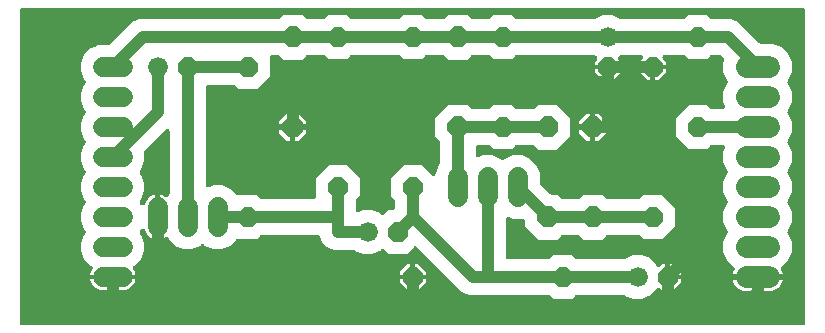
<source format=gbr>
G04 EAGLE Gerber X2 export*
G04 #@! %TF.Part,Single*
G04 #@! %TF.FileFunction,Copper,L2,Bot,Mixed*
G04 #@! %TF.FilePolarity,Positive*
G04 #@! %TF.GenerationSoftware,Autodesk,EAGLE,9.0.0*
G04 #@! %TF.CreationDate,2019-08-08T19:18:26Z*
G75*
%MOMM*%
%FSLAX34Y34*%
%LPD*%
%AMOC8*
5,1,8,0,0,1.08239X$1,22.5*%
G01*
%ADD10P,1.924489X8X292.500000*%
%ADD11P,1.814519X8X22.500000*%
%ADD12C,1.676400*%
%ADD13P,1.814519X8X292.500000*%
%ADD14P,1.814519X8X112.500000*%
%ADD15P,1.924489X8X112.500000*%
%ADD16C,1.676400*%
%ADD17C,1.879600*%
%ADD18C,1.016000*%

G36*
X495626Y-27937D02*
X495626Y-27937D01*
X495644Y-27939D01*
X495826Y-27918D01*
X496009Y-27899D01*
X496026Y-27894D01*
X496043Y-27892D01*
X496218Y-27835D01*
X496394Y-27781D01*
X496409Y-27773D01*
X496426Y-27767D01*
X496586Y-27677D01*
X496748Y-27589D01*
X496761Y-27578D01*
X496777Y-27569D01*
X496916Y-27449D01*
X497057Y-27332D01*
X497068Y-27318D01*
X497082Y-27306D01*
X497194Y-27161D01*
X497309Y-27018D01*
X497317Y-27002D01*
X497328Y-26988D01*
X497410Y-26823D01*
X497495Y-26661D01*
X497500Y-26644D01*
X497508Y-26628D01*
X497555Y-26449D01*
X497606Y-26274D01*
X497608Y-26256D01*
X497612Y-26239D01*
X497639Y-25908D01*
X497639Y238508D01*
X497637Y238526D01*
X497639Y238544D01*
X497618Y238726D01*
X497599Y238909D01*
X497594Y238926D01*
X497592Y238943D01*
X497535Y239118D01*
X497481Y239294D01*
X497473Y239309D01*
X497467Y239326D01*
X497377Y239486D01*
X497289Y239648D01*
X497278Y239661D01*
X497269Y239677D01*
X497149Y239816D01*
X497032Y239957D01*
X497018Y239968D01*
X497006Y239982D01*
X496861Y240094D01*
X496718Y240209D01*
X496702Y240217D01*
X496688Y240228D01*
X496523Y240310D01*
X496361Y240395D01*
X496344Y240400D01*
X496328Y240408D01*
X496149Y240455D01*
X495974Y240506D01*
X495956Y240508D01*
X495939Y240512D01*
X495608Y240539D01*
X-165608Y240539D01*
X-165626Y240537D01*
X-165644Y240539D01*
X-165826Y240518D01*
X-166009Y240499D01*
X-166026Y240494D01*
X-166043Y240492D01*
X-166218Y240435D01*
X-166394Y240381D01*
X-166409Y240373D01*
X-166426Y240367D01*
X-166586Y240277D01*
X-166748Y240189D01*
X-166761Y240178D01*
X-166777Y240169D01*
X-166916Y240049D01*
X-167057Y239932D01*
X-167068Y239918D01*
X-167082Y239906D01*
X-167194Y239761D01*
X-167309Y239618D01*
X-167317Y239602D01*
X-167328Y239588D01*
X-167410Y239423D01*
X-167495Y239261D01*
X-167500Y239244D01*
X-167508Y239228D01*
X-167555Y239049D01*
X-167606Y238874D01*
X-167608Y238856D01*
X-167612Y238839D01*
X-167639Y238508D01*
X-167639Y-25908D01*
X-167637Y-25926D01*
X-167639Y-25944D01*
X-167618Y-26126D01*
X-167599Y-26309D01*
X-167594Y-26326D01*
X-167592Y-26343D01*
X-167535Y-26518D01*
X-167481Y-26694D01*
X-167473Y-26709D01*
X-167467Y-26726D01*
X-167377Y-26886D01*
X-167289Y-27048D01*
X-167278Y-27061D01*
X-167269Y-27077D01*
X-167149Y-27216D01*
X-167032Y-27357D01*
X-167018Y-27368D01*
X-167006Y-27382D01*
X-166861Y-27494D01*
X-166718Y-27609D01*
X-166702Y-27617D01*
X-166688Y-27628D01*
X-166523Y-27710D01*
X-166361Y-27795D01*
X-166344Y-27800D01*
X-166328Y-27808D01*
X-166149Y-27855D01*
X-165974Y-27906D01*
X-165956Y-27908D01*
X-165939Y-27912D01*
X-165608Y-27939D01*
X495608Y-27939D01*
X495626Y-27937D01*
G37*
%LPC*%
G36*
X284419Y-5843D02*
X284419Y-5843D01*
X281712Y-3136D01*
X281692Y-3119D01*
X281674Y-3098D01*
X281536Y-2991D01*
X281401Y-2881D01*
X281377Y-2868D01*
X281356Y-2852D01*
X281199Y-2774D01*
X281045Y-2692D01*
X281020Y-2684D01*
X280996Y-2672D01*
X280826Y-2627D01*
X280659Y-2577D01*
X280633Y-2575D01*
X280607Y-2568D01*
X280276Y-2541D01*
X212868Y-2541D01*
X207267Y-220D01*
X168871Y38175D01*
X168857Y38187D01*
X168846Y38200D01*
X168702Y38314D01*
X168560Y38430D01*
X168544Y38439D01*
X168530Y38450D01*
X168365Y38533D01*
X168204Y38619D01*
X168187Y38624D01*
X168171Y38632D01*
X167993Y38682D01*
X167818Y38734D01*
X167800Y38735D01*
X167783Y38740D01*
X167600Y38753D01*
X167417Y38770D01*
X167399Y38768D01*
X167382Y38769D01*
X167200Y38746D01*
X167017Y38727D01*
X167000Y38721D01*
X166982Y38719D01*
X166808Y38661D01*
X166633Y38605D01*
X166617Y38596D01*
X166600Y38591D01*
X166441Y38499D01*
X166281Y38410D01*
X166267Y38399D01*
X166252Y38390D01*
X165999Y38175D01*
X160081Y32257D01*
X144719Y32257D01*
X141136Y35840D01*
X141123Y35852D01*
X141111Y35865D01*
X140967Y35979D01*
X140825Y36095D01*
X140809Y36104D01*
X140795Y36115D01*
X140632Y36198D01*
X140469Y36284D01*
X140452Y36289D01*
X140436Y36297D01*
X140259Y36346D01*
X140083Y36399D01*
X140065Y36400D01*
X140048Y36405D01*
X139865Y36419D01*
X139682Y36435D01*
X139664Y36433D01*
X139647Y36435D01*
X139465Y36412D01*
X139282Y36392D01*
X139265Y36386D01*
X139247Y36384D01*
X139074Y36326D01*
X138898Y36270D01*
X138882Y36262D01*
X138866Y36256D01*
X138706Y36164D01*
X138546Y36075D01*
X138532Y36064D01*
X138517Y36055D01*
X138264Y35840D01*
X137504Y35080D01*
X137000Y34872D01*
X137000Y34871D01*
X130688Y32257D01*
X123312Y32257D01*
X116446Y35101D01*
X116436Y35109D01*
X116301Y35219D01*
X116277Y35232D01*
X116256Y35248D01*
X116099Y35326D01*
X115945Y35408D01*
X115920Y35416D01*
X115895Y35428D01*
X115726Y35473D01*
X115559Y35523D01*
X115533Y35525D01*
X115507Y35532D01*
X115176Y35559D01*
X98568Y35559D01*
X92967Y37880D01*
X88680Y42167D01*
X86675Y47005D01*
X86665Y47025D01*
X86658Y47046D01*
X86570Y47202D01*
X86485Y47360D01*
X86471Y47377D01*
X86460Y47397D01*
X86343Y47532D01*
X86229Y47671D01*
X86211Y47685D01*
X86197Y47702D01*
X86055Y47811D01*
X85916Y47924D01*
X85896Y47935D01*
X85879Y47948D01*
X85718Y48028D01*
X85560Y48111D01*
X85538Y48118D01*
X85518Y48128D01*
X85344Y48174D01*
X85173Y48224D01*
X85151Y48226D01*
X85129Y48232D01*
X84799Y48259D01*
X37224Y48259D01*
X37197Y48257D01*
X37171Y48259D01*
X36997Y48237D01*
X36823Y48219D01*
X36798Y48212D01*
X36771Y48208D01*
X36605Y48152D01*
X36438Y48101D01*
X36415Y48088D01*
X36390Y48080D01*
X36238Y47993D01*
X36084Y47909D01*
X36064Y47892D01*
X36041Y47879D01*
X35788Y47664D01*
X33081Y44957D01*
X16904Y44957D01*
X16877Y44955D01*
X16851Y44957D01*
X16677Y44935D01*
X16503Y44917D01*
X16478Y44910D01*
X16451Y44906D01*
X16286Y44851D01*
X16119Y44799D01*
X16095Y44786D01*
X16070Y44778D01*
X15918Y44691D01*
X15764Y44607D01*
X15744Y44590D01*
X15721Y44577D01*
X15468Y44362D01*
X10504Y39398D01*
X3688Y36575D01*
X-3688Y36575D01*
X-10504Y39398D01*
X-11264Y40158D01*
X-11277Y40170D01*
X-11289Y40183D01*
X-11433Y40297D01*
X-11575Y40413D01*
X-11591Y40422D01*
X-11605Y40433D01*
X-11769Y40516D01*
X-11931Y40602D01*
X-11948Y40607D01*
X-11964Y40615D01*
X-12141Y40664D01*
X-12317Y40717D01*
X-12335Y40718D01*
X-12352Y40723D01*
X-12535Y40737D01*
X-12718Y40753D01*
X-12736Y40751D01*
X-12753Y40753D01*
X-12935Y40730D01*
X-13118Y40710D01*
X-13135Y40704D01*
X-13153Y40702D01*
X-13326Y40644D01*
X-13502Y40588D01*
X-13518Y40580D01*
X-13534Y40574D01*
X-13693Y40482D01*
X-13854Y40393D01*
X-13868Y40382D01*
X-13883Y40373D01*
X-14136Y40158D01*
X-14896Y39398D01*
X-21712Y36575D01*
X-29088Y36575D01*
X-35904Y39398D01*
X-41120Y44614D01*
X-41419Y45336D01*
X-41445Y45385D01*
X-41464Y45437D01*
X-41540Y45562D01*
X-41609Y45691D01*
X-41644Y45734D01*
X-41673Y45781D01*
X-41772Y45888D01*
X-41865Y46001D01*
X-41908Y46036D01*
X-41946Y46077D01*
X-42064Y46163D01*
X-42178Y46255D01*
X-42227Y46281D01*
X-42272Y46313D01*
X-42405Y46374D01*
X-42534Y46442D01*
X-42588Y46458D01*
X-42638Y46481D01*
X-42780Y46514D01*
X-42921Y46555D01*
X-42976Y46560D01*
X-43030Y46572D01*
X-43176Y46577D01*
X-43322Y46590D01*
X-43377Y46583D01*
X-43433Y46585D01*
X-43577Y46561D01*
X-43722Y46544D01*
X-43775Y46527D01*
X-43830Y46518D01*
X-43966Y46466D01*
X-44105Y46421D01*
X-44154Y46394D01*
X-44206Y46374D01*
X-44389Y46263D01*
X-44457Y46225D01*
X-44470Y46213D01*
X-44489Y46202D01*
X-45075Y45776D01*
X-46607Y44996D01*
X-48242Y44464D01*
X-48769Y44381D01*
X-48769Y63500D01*
X-48769Y82619D01*
X-48242Y82536D01*
X-46607Y82004D01*
X-45075Y81224D01*
X-44489Y80798D01*
X-44441Y80770D01*
X-44398Y80735D01*
X-44268Y80669D01*
X-44142Y80595D01*
X-44089Y80577D01*
X-44040Y80551D01*
X-43899Y80512D01*
X-43761Y80464D01*
X-43706Y80457D01*
X-43652Y80442D01*
X-43506Y80430D01*
X-43362Y80411D01*
X-43306Y80415D01*
X-43251Y80411D01*
X-43106Y80428D01*
X-42960Y80438D01*
X-42906Y80453D01*
X-42851Y80459D01*
X-42712Y80505D01*
X-42571Y80544D01*
X-42522Y80568D01*
X-42469Y80586D01*
X-42342Y80658D01*
X-42211Y80724D01*
X-42168Y80758D01*
X-42119Y80785D01*
X-42009Y80882D01*
X-41894Y80971D01*
X-41858Y81013D01*
X-41816Y81050D01*
X-41726Y81166D01*
X-41631Y81276D01*
X-41604Y81325D01*
X-41570Y81369D01*
X-41472Y81560D01*
X-41434Y81627D01*
X-41429Y81644D01*
X-41419Y81664D01*
X-41099Y82437D01*
X-41091Y82446D01*
X-40981Y82581D01*
X-40968Y82605D01*
X-40952Y82626D01*
X-40874Y82783D01*
X-40792Y82937D01*
X-40784Y82962D01*
X-40772Y82987D01*
X-40727Y83156D01*
X-40677Y83323D01*
X-40675Y83349D01*
X-40668Y83375D01*
X-40641Y83706D01*
X-40641Y136102D01*
X-40642Y136111D01*
X-40641Y136120D01*
X-40662Y136313D01*
X-40681Y136502D01*
X-40683Y136511D01*
X-40684Y136520D01*
X-40743Y136704D01*
X-40799Y136887D01*
X-40803Y136895D01*
X-40806Y136904D01*
X-40899Y137072D01*
X-40991Y137241D01*
X-40996Y137248D01*
X-41001Y137256D01*
X-41125Y137403D01*
X-41248Y137551D01*
X-41255Y137556D01*
X-41261Y137563D01*
X-41413Y137683D01*
X-41562Y137803D01*
X-41570Y137807D01*
X-41577Y137813D01*
X-41750Y137900D01*
X-41919Y137988D01*
X-41928Y137991D01*
X-41936Y137995D01*
X-42122Y138047D01*
X-42306Y138100D01*
X-42315Y138101D01*
X-42324Y138103D01*
X-42517Y138117D01*
X-42708Y138133D01*
X-42716Y138132D01*
X-42725Y138132D01*
X-42918Y138108D01*
X-43107Y138086D01*
X-43116Y138083D01*
X-43125Y138082D01*
X-43307Y138021D01*
X-43490Y137961D01*
X-43498Y137957D01*
X-43506Y137954D01*
X-43673Y137858D01*
X-43841Y137763D01*
X-43848Y137757D01*
X-43855Y137753D01*
X-44108Y137538D01*
X-61508Y120138D01*
X-61523Y120121D01*
X-61540Y120106D01*
X-61650Y119965D01*
X-61763Y119826D01*
X-61774Y119807D01*
X-61788Y119789D01*
X-61869Y119628D01*
X-61952Y119471D01*
X-61958Y119449D01*
X-61969Y119429D01*
X-62016Y119256D01*
X-62067Y119085D01*
X-62069Y119063D01*
X-62075Y119041D01*
X-62087Y118863D01*
X-62103Y118684D01*
X-62101Y118661D01*
X-62102Y118639D01*
X-62079Y118463D01*
X-62060Y118284D01*
X-62053Y118262D01*
X-62050Y118240D01*
X-61975Y118007D01*
X-61975Y110612D01*
X-64798Y103796D01*
X-65558Y103036D01*
X-65570Y103023D01*
X-65583Y103011D01*
X-65697Y102867D01*
X-65813Y102725D01*
X-65822Y102709D01*
X-65833Y102695D01*
X-65916Y102531D01*
X-66002Y102369D01*
X-66007Y102352D01*
X-66015Y102336D01*
X-66064Y102159D01*
X-66117Y101983D01*
X-66118Y101965D01*
X-66123Y101948D01*
X-66137Y101765D01*
X-66153Y101582D01*
X-66151Y101564D01*
X-66153Y101547D01*
X-66130Y101365D01*
X-66110Y101182D01*
X-66104Y101165D01*
X-66102Y101147D01*
X-66044Y100974D01*
X-65988Y100798D01*
X-65980Y100782D01*
X-65974Y100766D01*
X-65882Y100607D01*
X-65793Y100446D01*
X-65782Y100432D01*
X-65773Y100417D01*
X-65558Y100164D01*
X-64798Y99404D01*
X-61975Y92588D01*
X-61975Y85212D01*
X-64798Y78396D01*
X-65558Y77636D01*
X-65570Y77622D01*
X-65583Y77611D01*
X-65696Y77468D01*
X-65813Y77325D01*
X-65822Y77309D01*
X-65833Y77295D01*
X-65916Y77132D01*
X-66002Y76969D01*
X-66007Y76952D01*
X-66015Y76936D01*
X-66064Y76760D01*
X-66117Y76583D01*
X-66118Y76565D01*
X-66123Y76548D01*
X-66136Y76366D01*
X-66153Y76182D01*
X-66151Y76165D01*
X-66153Y76147D01*
X-66130Y75965D01*
X-66110Y75782D01*
X-66104Y75765D01*
X-66102Y75747D01*
X-66044Y75574D01*
X-65988Y75398D01*
X-65980Y75382D01*
X-65974Y75366D01*
X-65883Y75207D01*
X-65793Y75046D01*
X-65782Y75032D01*
X-65773Y75017D01*
X-65558Y74764D01*
X-64725Y73930D01*
X-64653Y73871D01*
X-64587Y73805D01*
X-64497Y73744D01*
X-64413Y73675D01*
X-64331Y73631D01*
X-64254Y73579D01*
X-64154Y73537D01*
X-64058Y73486D01*
X-63968Y73460D01*
X-63882Y73424D01*
X-63776Y73403D01*
X-63672Y73372D01*
X-63579Y73363D01*
X-63487Y73345D01*
X-63379Y73345D01*
X-63271Y73335D01*
X-63178Y73345D01*
X-63085Y73345D01*
X-62978Y73367D01*
X-62870Y73379D01*
X-62782Y73407D01*
X-62690Y73425D01*
X-62590Y73467D01*
X-62487Y73500D01*
X-62405Y73545D01*
X-62319Y73581D01*
X-62229Y73642D01*
X-62134Y73695D01*
X-62063Y73755D01*
X-61986Y73808D01*
X-61910Y73885D01*
X-61827Y73955D01*
X-61770Y74028D01*
X-61704Y74095D01*
X-61645Y74186D01*
X-61578Y74271D01*
X-61536Y74354D01*
X-61485Y74433D01*
X-61433Y74557D01*
X-61395Y74630D01*
X-61382Y74678D01*
X-61357Y74739D01*
X-60922Y76075D01*
X-60142Y77607D01*
X-59131Y78998D01*
X-57916Y80213D01*
X-56525Y81224D01*
X-54993Y82004D01*
X-53358Y82536D01*
X-52831Y82619D01*
X-52831Y63500D01*
X-52831Y44381D01*
X-53358Y44464D01*
X-54993Y44996D01*
X-56525Y45776D01*
X-57916Y46787D01*
X-59131Y48002D01*
X-60142Y49393D01*
X-60922Y50925D01*
X-61357Y52261D01*
X-61394Y52347D01*
X-61422Y52435D01*
X-61475Y52530D01*
X-61518Y52630D01*
X-61572Y52706D01*
X-61617Y52788D01*
X-61687Y52871D01*
X-61750Y52959D01*
X-61817Y53024D01*
X-61877Y53095D01*
X-61963Y53162D01*
X-62041Y53237D01*
X-62120Y53287D01*
X-62193Y53344D01*
X-62290Y53394D01*
X-62382Y53451D01*
X-62469Y53484D01*
X-62552Y53527D01*
X-62657Y53556D01*
X-62759Y53594D01*
X-62850Y53610D01*
X-62940Y53635D01*
X-63049Y53643D01*
X-63156Y53660D01*
X-63249Y53657D01*
X-63342Y53664D01*
X-63450Y53650D01*
X-63558Y53647D01*
X-63649Y53625D01*
X-63741Y53614D01*
X-63844Y53579D01*
X-63950Y53554D01*
X-64035Y53515D01*
X-64123Y53485D01*
X-64217Y53431D01*
X-64316Y53386D01*
X-64391Y53331D01*
X-64472Y53285D01*
X-64574Y53198D01*
X-64641Y53149D01*
X-64675Y53112D01*
X-64725Y53070D01*
X-65558Y52236D01*
X-65570Y52223D01*
X-65583Y52211D01*
X-65697Y52067D01*
X-65813Y51925D01*
X-65822Y51909D01*
X-65833Y51895D01*
X-65916Y51731D01*
X-66002Y51569D01*
X-66007Y51552D01*
X-66015Y51536D01*
X-66065Y51359D01*
X-66117Y51183D01*
X-66118Y51165D01*
X-66123Y51148D01*
X-66137Y50965D01*
X-66153Y50782D01*
X-66151Y50764D01*
X-66153Y50747D01*
X-66130Y50565D01*
X-66110Y50382D01*
X-66104Y50365D01*
X-66102Y50347D01*
X-66044Y50174D01*
X-65988Y49998D01*
X-65980Y49982D01*
X-65974Y49966D01*
X-65882Y49806D01*
X-65793Y49646D01*
X-65782Y49632D01*
X-65773Y49617D01*
X-65558Y49364D01*
X-64798Y48604D01*
X-61975Y41788D01*
X-61975Y34412D01*
X-64798Y27596D01*
X-70014Y22380D01*
X-70736Y22081D01*
X-70785Y22055D01*
X-70837Y22036D01*
X-70962Y21960D01*
X-71091Y21891D01*
X-71134Y21856D01*
X-71181Y21827D01*
X-71288Y21728D01*
X-71401Y21635D01*
X-71436Y21592D01*
X-71477Y21554D01*
X-71563Y21436D01*
X-71655Y21322D01*
X-71681Y21273D01*
X-71713Y21228D01*
X-71774Y21095D01*
X-71842Y20966D01*
X-71857Y20912D01*
X-71881Y20862D01*
X-71914Y20719D01*
X-71955Y20579D01*
X-71960Y20524D01*
X-71972Y20470D01*
X-71977Y20323D01*
X-71990Y20178D01*
X-71983Y20123D01*
X-71985Y20067D01*
X-71961Y19923D01*
X-71944Y19778D01*
X-71927Y19725D01*
X-71918Y19670D01*
X-71866Y19534D01*
X-71821Y19395D01*
X-71794Y19346D01*
X-71774Y19294D01*
X-71663Y19111D01*
X-71625Y19043D01*
X-71613Y19030D01*
X-71602Y19011D01*
X-71176Y18425D01*
X-70396Y16893D01*
X-69864Y15258D01*
X-69781Y14731D01*
X-88900Y14731D01*
X-108019Y14731D01*
X-107936Y15258D01*
X-107404Y16893D01*
X-106624Y18425D01*
X-106198Y19011D01*
X-106170Y19059D01*
X-106135Y19102D01*
X-106069Y19232D01*
X-105995Y19358D01*
X-105977Y19411D01*
X-105952Y19460D01*
X-105912Y19601D01*
X-105864Y19739D01*
X-105857Y19794D01*
X-105842Y19848D01*
X-105831Y19993D01*
X-105811Y20138D01*
X-105815Y20194D01*
X-105811Y20249D01*
X-105828Y20394D01*
X-105838Y20540D01*
X-105853Y20594D01*
X-105859Y20649D01*
X-105905Y20787D01*
X-105944Y20928D01*
X-105968Y20978D01*
X-105986Y21031D01*
X-106058Y21158D01*
X-106124Y21289D01*
X-106158Y21332D01*
X-106185Y21381D01*
X-106281Y21491D01*
X-106371Y21606D01*
X-106413Y21642D01*
X-106450Y21684D01*
X-106566Y21773D01*
X-106676Y21869D01*
X-106725Y21896D01*
X-106769Y21930D01*
X-106960Y22028D01*
X-107027Y22066D01*
X-107044Y22071D01*
X-107064Y22081D01*
X-107786Y22380D01*
X-113002Y27596D01*
X-115825Y34412D01*
X-115825Y41788D01*
X-113002Y48604D01*
X-112242Y49364D01*
X-112230Y49378D01*
X-112217Y49389D01*
X-112103Y49533D01*
X-111987Y49675D01*
X-111978Y49691D01*
X-111967Y49705D01*
X-111884Y49868D01*
X-111798Y50031D01*
X-111793Y50048D01*
X-111785Y50064D01*
X-111736Y50241D01*
X-111683Y50417D01*
X-111682Y50435D01*
X-111677Y50452D01*
X-111663Y50635D01*
X-111647Y50818D01*
X-111649Y50836D01*
X-111647Y50853D01*
X-111670Y51035D01*
X-111690Y51218D01*
X-111696Y51235D01*
X-111698Y51253D01*
X-111756Y51426D01*
X-111812Y51602D01*
X-111820Y51618D01*
X-111826Y51634D01*
X-111918Y51794D01*
X-112007Y51954D01*
X-112018Y51968D01*
X-112027Y51983D01*
X-112242Y52236D01*
X-113002Y52996D01*
X-115825Y59812D01*
X-115825Y67188D01*
X-113002Y74004D01*
X-112242Y74764D01*
X-112230Y74778D01*
X-112217Y74789D01*
X-112103Y74933D01*
X-111987Y75075D01*
X-111978Y75091D01*
X-111967Y75105D01*
X-111884Y75268D01*
X-111798Y75431D01*
X-111793Y75448D01*
X-111785Y75464D01*
X-111736Y75641D01*
X-111683Y75817D01*
X-111682Y75835D01*
X-111677Y75852D01*
X-111663Y76035D01*
X-111647Y76218D01*
X-111649Y76236D01*
X-111647Y76253D01*
X-111670Y76435D01*
X-111690Y76618D01*
X-111696Y76635D01*
X-111698Y76653D01*
X-111756Y76826D01*
X-111812Y77002D01*
X-111820Y77018D01*
X-111826Y77034D01*
X-111918Y77194D01*
X-112007Y77354D01*
X-112018Y77368D01*
X-112027Y77383D01*
X-112242Y77636D01*
X-113002Y78396D01*
X-115825Y85212D01*
X-115825Y92588D01*
X-113002Y99404D01*
X-112242Y100164D01*
X-112230Y100178D01*
X-112217Y100189D01*
X-112103Y100333D01*
X-111987Y100475D01*
X-111978Y100491D01*
X-111967Y100505D01*
X-111884Y100668D01*
X-111798Y100831D01*
X-111793Y100848D01*
X-111785Y100864D01*
X-111736Y101041D01*
X-111683Y101217D01*
X-111682Y101235D01*
X-111677Y101252D01*
X-111663Y101435D01*
X-111647Y101618D01*
X-111649Y101636D01*
X-111647Y101653D01*
X-111670Y101835D01*
X-111690Y102018D01*
X-111696Y102035D01*
X-111698Y102053D01*
X-111756Y102226D01*
X-111812Y102402D01*
X-111820Y102418D01*
X-111826Y102434D01*
X-111918Y102594D01*
X-112007Y102754D01*
X-112018Y102768D01*
X-112027Y102783D01*
X-112242Y103036D01*
X-113002Y103796D01*
X-115825Y110612D01*
X-115825Y117988D01*
X-113002Y124804D01*
X-112242Y125564D01*
X-112230Y125578D01*
X-112217Y125589D01*
X-112103Y125733D01*
X-111987Y125875D01*
X-111978Y125891D01*
X-111967Y125905D01*
X-111884Y126068D01*
X-111798Y126231D01*
X-111793Y126248D01*
X-111785Y126264D01*
X-111736Y126441D01*
X-111683Y126617D01*
X-111682Y126635D01*
X-111677Y126652D01*
X-111663Y126835D01*
X-111647Y127018D01*
X-111649Y127036D01*
X-111647Y127053D01*
X-111670Y127235D01*
X-111690Y127418D01*
X-111696Y127435D01*
X-111698Y127453D01*
X-111756Y127626D01*
X-111812Y127802D01*
X-111820Y127818D01*
X-111826Y127834D01*
X-111918Y127994D01*
X-112007Y128154D01*
X-112018Y128168D01*
X-112027Y128183D01*
X-112242Y128436D01*
X-113002Y129196D01*
X-115825Y136012D01*
X-115825Y143388D01*
X-113002Y150204D01*
X-112242Y150964D01*
X-112230Y150978D01*
X-112217Y150989D01*
X-112103Y151133D01*
X-111987Y151275D01*
X-111978Y151291D01*
X-111967Y151305D01*
X-111884Y151468D01*
X-111798Y151631D01*
X-111793Y151648D01*
X-111785Y151664D01*
X-111736Y151841D01*
X-111683Y152017D01*
X-111682Y152035D01*
X-111677Y152052D01*
X-111663Y152235D01*
X-111647Y152418D01*
X-111649Y152436D01*
X-111647Y152453D01*
X-111670Y152635D01*
X-111690Y152818D01*
X-111696Y152835D01*
X-111698Y152853D01*
X-111756Y153026D01*
X-111812Y153202D01*
X-111820Y153218D01*
X-111826Y153234D01*
X-111918Y153394D01*
X-112007Y153554D01*
X-112018Y153568D01*
X-112027Y153583D01*
X-112242Y153836D01*
X-113002Y154596D01*
X-115825Y161412D01*
X-115825Y168788D01*
X-113002Y175604D01*
X-112242Y176364D01*
X-112230Y176378D01*
X-112217Y176389D01*
X-112103Y176533D01*
X-111987Y176675D01*
X-111978Y176691D01*
X-111967Y176705D01*
X-111884Y176868D01*
X-111798Y177031D01*
X-111793Y177048D01*
X-111785Y177064D01*
X-111736Y177241D01*
X-111683Y177417D01*
X-111682Y177435D01*
X-111677Y177452D01*
X-111663Y177635D01*
X-111647Y177818D01*
X-111649Y177836D01*
X-111647Y177853D01*
X-111670Y178035D01*
X-111690Y178218D01*
X-111696Y178235D01*
X-111698Y178253D01*
X-111756Y178426D01*
X-111812Y178602D01*
X-111820Y178618D01*
X-111826Y178634D01*
X-111918Y178794D01*
X-112007Y178954D01*
X-112018Y178968D01*
X-112027Y178983D01*
X-112242Y179236D01*
X-113002Y179996D01*
X-115825Y186812D01*
X-115825Y194188D01*
X-113002Y201004D01*
X-107786Y206220D01*
X-103865Y207844D01*
X-100970Y209043D01*
X-92752Y209043D01*
X-92726Y209045D01*
X-92699Y209043D01*
X-92525Y209065D01*
X-92352Y209083D01*
X-92326Y209090D01*
X-92299Y209094D01*
X-92134Y209150D01*
X-91967Y209201D01*
X-91943Y209214D01*
X-91918Y209222D01*
X-91766Y209309D01*
X-91613Y209393D01*
X-91592Y209410D01*
X-91569Y209423D01*
X-91316Y209638D01*
X-72133Y228820D01*
X-66532Y231141D01*
X50958Y231141D01*
X50984Y231143D01*
X51011Y231141D01*
X51185Y231163D01*
X51358Y231181D01*
X51384Y231188D01*
X51410Y231192D01*
X51576Y231248D01*
X51743Y231299D01*
X51767Y231312D01*
X51792Y231320D01*
X51944Y231407D01*
X52097Y231491D01*
X52118Y231508D01*
X52141Y231521D01*
X52394Y231736D01*
X55609Y234951D01*
X71391Y234951D01*
X74606Y231736D01*
X74627Y231719D01*
X74644Y231698D01*
X74782Y231591D01*
X74918Y231481D01*
X74941Y231468D01*
X74962Y231452D01*
X75119Y231374D01*
X75273Y231292D01*
X75299Y231284D01*
X75323Y231272D01*
X75492Y231227D01*
X75659Y231177D01*
X75686Y231175D01*
X75712Y231168D01*
X76042Y231141D01*
X89776Y231141D01*
X89803Y231143D01*
X89829Y231141D01*
X90003Y231163D01*
X90177Y231181D01*
X90202Y231188D01*
X90229Y231192D01*
X90394Y231247D01*
X90562Y231299D01*
X90585Y231312D01*
X90610Y231320D01*
X90762Y231407D01*
X90916Y231491D01*
X90936Y231508D01*
X90959Y231521D01*
X91212Y231736D01*
X93919Y234443D01*
X109281Y234443D01*
X111988Y231736D01*
X112008Y231719D01*
X112026Y231698D01*
X112164Y231591D01*
X112299Y231481D01*
X112323Y231468D01*
X112344Y231452D01*
X112501Y231374D01*
X112655Y231292D01*
X112680Y231284D01*
X112705Y231272D01*
X112874Y231227D01*
X113041Y231177D01*
X113067Y231175D01*
X113093Y231168D01*
X113424Y231141D01*
X153276Y231141D01*
X153303Y231143D01*
X153329Y231141D01*
X153503Y231163D01*
X153677Y231181D01*
X153702Y231188D01*
X153729Y231192D01*
X153894Y231247D01*
X154062Y231299D01*
X154085Y231312D01*
X154110Y231320D01*
X154262Y231407D01*
X154416Y231491D01*
X154436Y231508D01*
X154459Y231521D01*
X154712Y231736D01*
X157419Y234443D01*
X172781Y234443D01*
X175488Y231736D01*
X175508Y231719D01*
X175526Y231698D01*
X175664Y231591D01*
X175799Y231481D01*
X175823Y231468D01*
X175844Y231452D01*
X176001Y231374D01*
X176155Y231292D01*
X176180Y231284D01*
X176205Y231272D01*
X176374Y231227D01*
X176541Y231177D01*
X176567Y231175D01*
X176593Y231168D01*
X176924Y231141D01*
X190658Y231141D01*
X190684Y231143D01*
X190711Y231141D01*
X190885Y231163D01*
X191058Y231181D01*
X191084Y231188D01*
X191110Y231192D01*
X191276Y231247D01*
X191443Y231299D01*
X191467Y231312D01*
X191492Y231320D01*
X191644Y231407D01*
X191797Y231491D01*
X191818Y231508D01*
X191841Y231521D01*
X192094Y231736D01*
X195309Y234951D01*
X211091Y234951D01*
X214306Y231736D01*
X214327Y231719D01*
X214344Y231698D01*
X214482Y231591D01*
X214618Y231481D01*
X214641Y231468D01*
X214662Y231452D01*
X214819Y231374D01*
X214973Y231292D01*
X214999Y231284D01*
X215023Y231272D01*
X215192Y231227D01*
X215359Y231177D01*
X215386Y231175D01*
X215412Y231168D01*
X215742Y231141D01*
X229476Y231141D01*
X229503Y231143D01*
X229529Y231141D01*
X229703Y231163D01*
X229877Y231181D01*
X229902Y231188D01*
X229929Y231192D01*
X230094Y231247D01*
X230262Y231299D01*
X230285Y231312D01*
X230310Y231320D01*
X230462Y231407D01*
X230616Y231491D01*
X230636Y231508D01*
X230659Y231521D01*
X230912Y231736D01*
X233619Y234443D01*
X248981Y234443D01*
X251688Y231736D01*
X251708Y231719D01*
X251726Y231698D01*
X251864Y231591D01*
X251999Y231481D01*
X252023Y231468D01*
X252044Y231452D01*
X252201Y231374D01*
X252355Y231292D01*
X252380Y231284D01*
X252405Y231272D01*
X252574Y231227D01*
X252741Y231177D01*
X252767Y231175D01*
X252793Y231168D01*
X253124Y231141D01*
X318376Y231141D01*
X318403Y231143D01*
X318429Y231141D01*
X318603Y231163D01*
X318777Y231181D01*
X318802Y231188D01*
X318829Y231192D01*
X318994Y231247D01*
X319161Y231299D01*
X319185Y231312D01*
X319210Y231320D01*
X319362Y231407D01*
X319516Y231491D01*
X319536Y231508D01*
X319559Y231521D01*
X319656Y231603D01*
X326046Y234250D01*
X326512Y234443D01*
X333888Y234443D01*
X340754Y231599D01*
X340764Y231591D01*
X340899Y231481D01*
X340923Y231468D01*
X340944Y231452D01*
X341101Y231374D01*
X341255Y231292D01*
X341280Y231284D01*
X341305Y231272D01*
X341474Y231227D01*
X341641Y231177D01*
X341667Y231175D01*
X341693Y231168D01*
X342024Y231141D01*
X394576Y231141D01*
X394603Y231143D01*
X394629Y231141D01*
X394803Y231163D01*
X394977Y231181D01*
X395002Y231188D01*
X395029Y231192D01*
X395194Y231247D01*
X395362Y231299D01*
X395385Y231312D01*
X395410Y231320D01*
X395562Y231407D01*
X395716Y231491D01*
X395736Y231508D01*
X395759Y231521D01*
X396012Y231736D01*
X398719Y234443D01*
X414081Y234443D01*
X416788Y231736D01*
X416808Y231719D01*
X416826Y231698D01*
X416964Y231591D01*
X417099Y231481D01*
X417123Y231468D01*
X417144Y231452D01*
X417301Y231374D01*
X417455Y231292D01*
X417480Y231284D01*
X417505Y231272D01*
X417674Y231227D01*
X417841Y231177D01*
X417867Y231175D01*
X417893Y231168D01*
X418224Y231141D01*
X434832Y231141D01*
X440433Y228820D01*
X458600Y210654D01*
X458621Y210637D01*
X458638Y210616D01*
X458776Y210509D01*
X458911Y210399D01*
X458935Y210386D01*
X458956Y210370D01*
X459113Y210292D01*
X459267Y210210D01*
X459293Y210202D01*
X459317Y210190D01*
X459486Y210145D01*
X459653Y210095D01*
X459680Y210093D01*
X459706Y210086D01*
X460036Y210059D01*
X470489Y210059D01*
X477677Y207081D01*
X483179Y201579D01*
X486157Y194391D01*
X486157Y186609D01*
X483179Y179421D01*
X482995Y179236D01*
X482983Y179222D01*
X482970Y179211D01*
X482856Y179067D01*
X482739Y178925D01*
X482731Y178909D01*
X482720Y178895D01*
X482637Y178731D01*
X482551Y178569D01*
X482546Y178552D01*
X482538Y178536D01*
X482488Y178359D01*
X482436Y178183D01*
X482434Y178165D01*
X482430Y178148D01*
X482416Y177965D01*
X482400Y177782D01*
X482402Y177764D01*
X482400Y177747D01*
X482423Y177565D01*
X482443Y177382D01*
X482449Y177365D01*
X482451Y177347D01*
X482509Y177174D01*
X482565Y176998D01*
X482573Y176982D01*
X482579Y176965D01*
X482670Y176807D01*
X482759Y176646D01*
X482771Y176632D01*
X482780Y176617D01*
X482995Y176364D01*
X483179Y176179D01*
X486157Y168991D01*
X486157Y161209D01*
X483179Y154021D01*
X482995Y153836D01*
X482983Y153822D01*
X482970Y153811D01*
X482856Y153667D01*
X482739Y153525D01*
X482731Y153509D01*
X482720Y153495D01*
X482637Y153331D01*
X482551Y153169D01*
X482546Y153152D01*
X482538Y153136D01*
X482488Y152959D01*
X482436Y152783D01*
X482434Y152765D01*
X482430Y152748D01*
X482416Y152565D01*
X482400Y152382D01*
X482402Y152364D01*
X482400Y152347D01*
X482423Y152165D01*
X482443Y151982D01*
X482449Y151965D01*
X482451Y151947D01*
X482509Y151774D01*
X482565Y151598D01*
X482573Y151582D01*
X482579Y151565D01*
X482670Y151407D01*
X482759Y151246D01*
X482771Y151232D01*
X482780Y151217D01*
X482995Y150964D01*
X483179Y150779D01*
X486157Y143591D01*
X486157Y135809D01*
X483179Y128621D01*
X482995Y128436D01*
X482983Y128422D01*
X482970Y128411D01*
X482856Y128267D01*
X482739Y128125D01*
X482731Y128109D01*
X482720Y128095D01*
X482637Y127931D01*
X482551Y127769D01*
X482546Y127752D01*
X482538Y127736D01*
X482488Y127558D01*
X482436Y127383D01*
X482434Y127365D01*
X482430Y127348D01*
X482416Y127165D01*
X482400Y126982D01*
X482402Y126964D01*
X482400Y126947D01*
X482423Y126765D01*
X482443Y126582D01*
X482449Y126565D01*
X482451Y126547D01*
X482509Y126374D01*
X482565Y126198D01*
X482573Y126182D01*
X482579Y126165D01*
X482670Y126007D01*
X482759Y125846D01*
X482771Y125832D01*
X482780Y125817D01*
X482995Y125564D01*
X483179Y125379D01*
X486157Y118191D01*
X486157Y110409D01*
X483179Y103221D01*
X482995Y103036D01*
X482983Y103022D01*
X482970Y103011D01*
X482856Y102867D01*
X482739Y102725D01*
X482731Y102709D01*
X482720Y102695D01*
X482637Y102531D01*
X482551Y102369D01*
X482546Y102352D01*
X482538Y102336D01*
X482488Y102159D01*
X482436Y101983D01*
X482434Y101965D01*
X482430Y101948D01*
X482416Y101765D01*
X482400Y101582D01*
X482402Y101564D01*
X482400Y101547D01*
X482423Y101365D01*
X482443Y101182D01*
X482449Y101165D01*
X482451Y101147D01*
X482509Y100974D01*
X482565Y100798D01*
X482573Y100782D01*
X482579Y100765D01*
X482670Y100607D01*
X482759Y100446D01*
X482771Y100432D01*
X482780Y100417D01*
X482995Y100164D01*
X483179Y99979D01*
X486157Y92791D01*
X486157Y85009D01*
X483179Y77821D01*
X482995Y77636D01*
X482983Y77622D01*
X482970Y77611D01*
X482856Y77467D01*
X482739Y77325D01*
X482731Y77309D01*
X482720Y77295D01*
X482637Y77131D01*
X482551Y76969D01*
X482546Y76952D01*
X482538Y76936D01*
X482488Y76759D01*
X482436Y76583D01*
X482434Y76565D01*
X482430Y76548D01*
X482416Y76365D01*
X482400Y76182D01*
X482402Y76164D01*
X482400Y76147D01*
X482423Y75965D01*
X482443Y75782D01*
X482449Y75765D01*
X482451Y75747D01*
X482509Y75574D01*
X482565Y75398D01*
X482573Y75382D01*
X482579Y75365D01*
X482670Y75207D01*
X482759Y75046D01*
X482771Y75032D01*
X482780Y75017D01*
X482995Y74764D01*
X483179Y74579D01*
X486157Y67391D01*
X486157Y59609D01*
X483179Y52421D01*
X482995Y52236D01*
X482983Y52222D01*
X482970Y52211D01*
X482856Y52067D01*
X482739Y51925D01*
X482731Y51909D01*
X482720Y51895D01*
X482637Y51731D01*
X482551Y51569D01*
X482546Y51552D01*
X482538Y51536D01*
X482488Y51359D01*
X482436Y51183D01*
X482434Y51165D01*
X482430Y51148D01*
X482416Y50965D01*
X482400Y50782D01*
X482402Y50764D01*
X482400Y50747D01*
X482423Y50565D01*
X482443Y50382D01*
X482449Y50365D01*
X482451Y50347D01*
X482509Y50174D01*
X482565Y49998D01*
X482573Y49982D01*
X482579Y49965D01*
X482670Y49807D01*
X482759Y49646D01*
X482771Y49632D01*
X482780Y49617D01*
X482995Y49364D01*
X483179Y49179D01*
X486157Y41991D01*
X486157Y34209D01*
X483179Y27021D01*
X477615Y21457D01*
X477558Y21426D01*
X477483Y21364D01*
X477401Y21310D01*
X477328Y21236D01*
X477247Y21170D01*
X477186Y21094D01*
X477117Y21025D01*
X477059Y20938D01*
X476994Y20857D01*
X476948Y20771D01*
X476894Y20689D01*
X476855Y20593D01*
X476807Y20501D01*
X476779Y20407D01*
X476742Y20317D01*
X476723Y20214D01*
X476693Y20114D01*
X476685Y20017D01*
X476667Y19921D01*
X476668Y19817D01*
X476659Y19713D01*
X476670Y19616D01*
X476671Y19519D01*
X476692Y19417D01*
X476704Y19313D01*
X476734Y19220D01*
X476754Y19125D01*
X476802Y19007D01*
X476827Y18930D01*
X476853Y18884D01*
X476880Y18818D01*
X477662Y17283D01*
X478243Y15496D01*
X478283Y15239D01*
X457708Y15239D01*
X457690Y15237D01*
X457673Y15239D01*
X457490Y15218D01*
X457308Y15199D01*
X457291Y15194D01*
X457273Y15192D01*
X457195Y15167D01*
X457058Y15206D01*
X457040Y15208D01*
X457023Y15212D01*
X456692Y15239D01*
X436117Y15239D01*
X436157Y15496D01*
X436738Y17283D01*
X437520Y18818D01*
X437555Y18909D01*
X437600Y18995D01*
X437628Y19096D01*
X437666Y19193D01*
X437683Y19289D01*
X437710Y19383D01*
X437718Y19487D01*
X437736Y19589D01*
X437733Y19687D01*
X437741Y19784D01*
X437728Y19888D01*
X437726Y19992D01*
X437704Y20087D01*
X437692Y20184D01*
X437659Y20283D01*
X437636Y20384D01*
X437596Y20473D01*
X437566Y20566D01*
X437514Y20657D01*
X437471Y20752D01*
X437415Y20831D01*
X437366Y20916D01*
X437298Y20994D01*
X437237Y21079D01*
X437166Y21146D01*
X437102Y21219D01*
X437019Y21283D01*
X436943Y21354D01*
X436860Y21405D01*
X436783Y21465D01*
X436771Y21471D01*
X431221Y27021D01*
X428243Y34209D01*
X428243Y41991D01*
X431221Y49179D01*
X431405Y49364D01*
X431417Y49377D01*
X431430Y49389D01*
X431544Y49533D01*
X431660Y49675D01*
X431669Y49691D01*
X431680Y49705D01*
X431763Y49868D01*
X431849Y50031D01*
X431854Y50048D01*
X431862Y50064D01*
X431912Y50241D01*
X431964Y50417D01*
X431965Y50434D01*
X431970Y50452D01*
X431984Y50635D01*
X432000Y50818D01*
X431998Y50835D01*
X432000Y50853D01*
X431977Y51036D01*
X431957Y51218D01*
X431952Y51235D01*
X431949Y51253D01*
X431891Y51427D01*
X431835Y51602D01*
X431827Y51617D01*
X431821Y51634D01*
X431729Y51794D01*
X431641Y51954D01*
X431629Y51968D01*
X431620Y51983D01*
X431405Y52236D01*
X431221Y52421D01*
X428243Y59609D01*
X428243Y67391D01*
X431221Y74579D01*
X431405Y74764D01*
X431417Y74777D01*
X431430Y74789D01*
X431544Y74933D01*
X431660Y75075D01*
X431669Y75091D01*
X431680Y75105D01*
X431763Y75268D01*
X431849Y75431D01*
X431854Y75448D01*
X431862Y75464D01*
X431912Y75641D01*
X431964Y75817D01*
X431965Y75834D01*
X431970Y75852D01*
X431984Y76035D01*
X432000Y76218D01*
X431998Y76235D01*
X432000Y76253D01*
X431977Y76436D01*
X431957Y76618D01*
X431952Y76635D01*
X431949Y76653D01*
X431891Y76827D01*
X431835Y77002D01*
X431827Y77017D01*
X431821Y77034D01*
X431729Y77194D01*
X431641Y77354D01*
X431629Y77368D01*
X431620Y77383D01*
X431405Y77636D01*
X431221Y77821D01*
X428243Y85009D01*
X428243Y92791D01*
X431221Y99979D01*
X431405Y100164D01*
X431417Y100177D01*
X431430Y100189D01*
X431544Y100333D01*
X431660Y100475D01*
X431669Y100491D01*
X431680Y100505D01*
X431763Y100668D01*
X431849Y100831D01*
X431854Y100848D01*
X431862Y100864D01*
X431912Y101041D01*
X431964Y101217D01*
X431965Y101234D01*
X431970Y101252D01*
X431984Y101435D01*
X432000Y101618D01*
X431998Y101635D01*
X432000Y101653D01*
X431977Y101836D01*
X431957Y102018D01*
X431952Y102035D01*
X431949Y102053D01*
X431891Y102227D01*
X431835Y102402D01*
X431827Y102417D01*
X431821Y102434D01*
X431729Y102594D01*
X431641Y102754D01*
X431629Y102768D01*
X431620Y102783D01*
X431405Y103036D01*
X431221Y103221D01*
X428243Y110409D01*
X428243Y118190D01*
X429677Y121651D01*
X429680Y121664D01*
X429687Y121675D01*
X429738Y121855D01*
X429793Y122036D01*
X429794Y122049D01*
X429798Y122062D01*
X429813Y122250D01*
X429831Y122437D01*
X429830Y122450D01*
X429831Y122464D01*
X429809Y122650D01*
X429790Y122837D01*
X429785Y122850D01*
X429784Y122863D01*
X429726Y123042D01*
X429670Y123222D01*
X429663Y123233D01*
X429659Y123246D01*
X429566Y123411D01*
X429476Y123575D01*
X429468Y123585D01*
X429461Y123597D01*
X429338Y123739D01*
X429217Y123883D01*
X429207Y123891D01*
X429198Y123902D01*
X429050Y124016D01*
X428902Y124134D01*
X428890Y124140D01*
X428880Y124148D01*
X428712Y124232D01*
X428544Y124318D01*
X428531Y124322D01*
X428519Y124328D01*
X428337Y124377D01*
X428157Y124428D01*
X428144Y124429D01*
X428131Y124432D01*
X427800Y124459D01*
X418224Y124459D01*
X418197Y124457D01*
X418171Y124459D01*
X417997Y124437D01*
X417823Y124419D01*
X417798Y124412D01*
X417771Y124408D01*
X417606Y124353D01*
X417438Y124301D01*
X417415Y124288D01*
X417390Y124280D01*
X417238Y124193D01*
X417084Y124109D01*
X417064Y124092D01*
X417041Y124079D01*
X416788Y123864D01*
X414081Y121157D01*
X398719Y121157D01*
X387857Y132019D01*
X387857Y147381D01*
X398719Y158243D01*
X414081Y158243D01*
X416788Y155536D01*
X416808Y155519D01*
X416826Y155498D01*
X416964Y155391D01*
X417099Y155281D01*
X417123Y155268D01*
X417144Y155252D01*
X417301Y155174D01*
X417455Y155092D01*
X417480Y155084D01*
X417505Y155072D01*
X417674Y155027D01*
X417841Y154977D01*
X417867Y154975D01*
X417893Y154968D01*
X418224Y154941D01*
X427800Y154941D01*
X427813Y154942D01*
X427827Y154941D01*
X428013Y154962D01*
X428201Y154981D01*
X428213Y154985D01*
X428227Y154986D01*
X428406Y155044D01*
X428585Y155099D01*
X428597Y155105D01*
X428610Y155109D01*
X428775Y155201D01*
X428939Y155291D01*
X428950Y155299D01*
X428961Y155306D01*
X429104Y155428D01*
X429249Y155548D01*
X429257Y155559D01*
X429267Y155567D01*
X429383Y155715D01*
X429501Y155862D01*
X429507Y155874D01*
X429516Y155884D01*
X429600Y156053D01*
X429687Y156219D01*
X429690Y156232D01*
X429696Y156244D01*
X429746Y156425D01*
X429798Y156606D01*
X429799Y156620D01*
X429803Y156633D01*
X429816Y156821D01*
X429831Y157008D01*
X429829Y157021D01*
X429830Y157034D01*
X429806Y157222D01*
X429784Y157407D01*
X429780Y157420D01*
X429778Y157433D01*
X429677Y157749D01*
X428243Y161210D01*
X428243Y168991D01*
X431221Y176179D01*
X431405Y176364D01*
X431417Y176377D01*
X431430Y176389D01*
X431544Y176533D01*
X431660Y176675D01*
X431669Y176691D01*
X431680Y176705D01*
X431763Y176868D01*
X431849Y177031D01*
X431854Y177048D01*
X431862Y177064D01*
X431912Y177241D01*
X431964Y177417D01*
X431965Y177434D01*
X431970Y177452D01*
X431984Y177635D01*
X432000Y177818D01*
X431998Y177835D01*
X432000Y177853D01*
X431977Y178035D01*
X431957Y178218D01*
X431952Y178235D01*
X431949Y178253D01*
X431891Y178427D01*
X431835Y178602D01*
X431827Y178617D01*
X431821Y178634D01*
X431729Y178794D01*
X431641Y178954D01*
X431629Y178968D01*
X431620Y178983D01*
X431405Y179236D01*
X431221Y179421D01*
X428243Y186609D01*
X428243Y194390D01*
X428753Y195620D01*
X428759Y195642D01*
X428769Y195662D01*
X428817Y195834D01*
X428869Y196006D01*
X428871Y196028D01*
X428877Y196049D01*
X428890Y196229D01*
X428907Y196407D01*
X428905Y196429D01*
X428907Y196451D01*
X428884Y196629D01*
X428866Y196807D01*
X428859Y196828D01*
X428856Y196850D01*
X428799Y197020D01*
X428746Y197191D01*
X428735Y197211D01*
X428728Y197232D01*
X428639Y197387D01*
X428553Y197545D01*
X428538Y197562D01*
X428527Y197581D01*
X428312Y197834D01*
X426082Y200064D01*
X426061Y200081D01*
X426044Y200102D01*
X425906Y200208D01*
X425770Y200319D01*
X425747Y200332D01*
X425726Y200348D01*
X425570Y200426D01*
X425415Y200508D01*
X425389Y200516D01*
X425365Y200528D01*
X425196Y200573D01*
X425029Y200623D01*
X425002Y200625D01*
X424976Y200632D01*
X424646Y200659D01*
X418224Y200659D01*
X418197Y200657D01*
X418171Y200659D01*
X417997Y200637D01*
X417823Y200619D01*
X417798Y200612D01*
X417771Y200608D01*
X417606Y200553D01*
X417438Y200501D01*
X417415Y200488D01*
X417390Y200480D01*
X417238Y200393D01*
X417084Y200309D01*
X417064Y200292D01*
X417041Y200279D01*
X416788Y200064D01*
X414081Y197357D01*
X398719Y197357D01*
X396012Y200064D01*
X395992Y200081D01*
X395974Y200102D01*
X395836Y200209D01*
X395701Y200319D01*
X395677Y200332D01*
X395656Y200348D01*
X395499Y200426D01*
X395345Y200508D01*
X395320Y200516D01*
X395295Y200528D01*
X395126Y200573D01*
X394959Y200623D01*
X394933Y200625D01*
X394907Y200632D01*
X394576Y200659D01*
X378492Y200659D01*
X378483Y200658D01*
X378474Y200659D01*
X378282Y200638D01*
X378091Y200619D01*
X378082Y200617D01*
X378074Y200616D01*
X377891Y200558D01*
X377706Y200501D01*
X377698Y200497D01*
X377690Y200494D01*
X377521Y200401D01*
X377352Y200309D01*
X377345Y200304D01*
X377337Y200299D01*
X377190Y200174D01*
X377043Y200052D01*
X377037Y200045D01*
X377030Y200039D01*
X376911Y199888D01*
X376790Y199738D01*
X376786Y199730D01*
X376781Y199723D01*
X376693Y199550D01*
X376605Y199381D01*
X376603Y199372D01*
X376598Y199364D01*
X376547Y199178D01*
X376494Y198994D01*
X376493Y198985D01*
X376490Y198976D01*
X376476Y198783D01*
X376461Y198592D01*
X376462Y198584D01*
X376461Y198575D01*
X376485Y198382D01*
X376508Y198193D01*
X376510Y198184D01*
X376511Y198175D01*
X376573Y197992D01*
X376632Y197810D01*
X376637Y197802D01*
X376640Y197794D01*
X376736Y197627D01*
X376830Y197459D01*
X376836Y197452D01*
X376841Y197445D01*
X377055Y197192D01*
X379223Y195024D01*
X379223Y192531D01*
X368300Y192531D01*
X357377Y192531D01*
X357377Y195024D01*
X359545Y197192D01*
X359550Y197199D01*
X359557Y197204D01*
X359677Y197354D01*
X359800Y197503D01*
X359804Y197511D01*
X359810Y197518D01*
X359898Y197688D01*
X359988Y197859D01*
X359991Y197868D01*
X359995Y197875D01*
X360048Y198060D01*
X360103Y198245D01*
X360104Y198254D01*
X360106Y198262D01*
X360122Y198451D01*
X360140Y198646D01*
X360139Y198655D01*
X360139Y198664D01*
X360117Y198853D01*
X360096Y199046D01*
X360093Y199055D01*
X360092Y199063D01*
X360033Y199245D01*
X359975Y199430D01*
X359970Y199438D01*
X359968Y199446D01*
X359873Y199615D01*
X359780Y199782D01*
X359774Y199789D01*
X359770Y199797D01*
X359644Y199943D01*
X359519Y200089D01*
X359512Y200095D01*
X359506Y200102D01*
X359355Y200219D01*
X359203Y200339D01*
X359195Y200343D01*
X359188Y200348D01*
X359016Y200434D01*
X358844Y200521D01*
X358836Y200524D01*
X358828Y200528D01*
X358642Y200578D01*
X358457Y200629D01*
X358448Y200630D01*
X358439Y200632D01*
X358108Y200659D01*
X342024Y200659D01*
X341997Y200657D01*
X341971Y200659D01*
X341797Y200637D01*
X341623Y200619D01*
X341598Y200612D01*
X341571Y200608D01*
X341406Y200553D01*
X341239Y200501D01*
X341215Y200488D01*
X341190Y200480D01*
X341038Y200393D01*
X340884Y200309D01*
X340864Y200292D01*
X340841Y200279D01*
X340744Y200197D01*
X340163Y199956D01*
X340151Y199950D01*
X340138Y199946D01*
X339974Y199855D01*
X339808Y199766D01*
X339798Y199758D01*
X339786Y199751D01*
X339642Y199629D01*
X339498Y199510D01*
X339489Y199499D01*
X339479Y199491D01*
X339362Y199342D01*
X339244Y199197D01*
X339238Y199185D01*
X339229Y199175D01*
X339144Y199007D01*
X339057Y198841D01*
X339053Y198828D01*
X339047Y198816D01*
X338997Y198635D01*
X338944Y198454D01*
X338942Y198441D01*
X338939Y198428D01*
X338925Y198240D01*
X338909Y198053D01*
X338911Y198040D01*
X338910Y198026D01*
X338933Y197838D01*
X338954Y197653D01*
X338958Y197640D01*
X338960Y197627D01*
X339020Y197448D01*
X339077Y197270D01*
X339084Y197258D01*
X339088Y197245D01*
X339182Y197083D01*
X339274Y196918D01*
X339282Y196908D01*
X339289Y196896D01*
X339504Y196643D01*
X341123Y195024D01*
X341123Y192531D01*
X330200Y192531D01*
X319277Y192531D01*
X319277Y195024D01*
X320896Y196643D01*
X320905Y196654D01*
X320915Y196662D01*
X321032Y196809D01*
X321151Y196955D01*
X321158Y196967D01*
X321166Y196977D01*
X321252Y197145D01*
X321340Y197310D01*
X321344Y197323D01*
X321350Y197335D01*
X321401Y197517D01*
X321455Y197696D01*
X321456Y197710D01*
X321460Y197723D01*
X321474Y197909D01*
X321491Y198097D01*
X321490Y198111D01*
X321491Y198124D01*
X321468Y198309D01*
X321448Y198498D01*
X321444Y198510D01*
X321442Y198524D01*
X321383Y198702D01*
X321326Y198881D01*
X321320Y198893D01*
X321315Y198906D01*
X321222Y199070D01*
X321131Y199234D01*
X321123Y199244D01*
X321116Y199256D01*
X320992Y199398D01*
X320871Y199541D01*
X320860Y199549D01*
X320852Y199559D01*
X320702Y199674D01*
X320555Y199790D01*
X320543Y199796D01*
X320532Y199805D01*
X320237Y199956D01*
X319645Y200201D01*
X319636Y200209D01*
X319501Y200319D01*
X319477Y200332D01*
X319456Y200348D01*
X319299Y200426D01*
X319145Y200508D01*
X319120Y200516D01*
X319095Y200528D01*
X318926Y200573D01*
X318759Y200623D01*
X318733Y200625D01*
X318707Y200632D01*
X318376Y200659D01*
X253124Y200659D01*
X253097Y200657D01*
X253071Y200659D01*
X252897Y200637D01*
X252723Y200619D01*
X252698Y200612D01*
X252671Y200608D01*
X252506Y200553D01*
X252338Y200501D01*
X252315Y200488D01*
X252290Y200480D01*
X252138Y200393D01*
X251984Y200309D01*
X251964Y200292D01*
X251941Y200279D01*
X251688Y200064D01*
X248981Y197357D01*
X233619Y197357D01*
X230912Y200064D01*
X230892Y200081D01*
X230874Y200102D01*
X230736Y200209D01*
X230601Y200319D01*
X230577Y200332D01*
X230556Y200348D01*
X230399Y200426D01*
X230245Y200508D01*
X230220Y200516D01*
X230195Y200528D01*
X230026Y200573D01*
X229859Y200623D01*
X229833Y200625D01*
X229807Y200632D01*
X229476Y200659D01*
X215742Y200659D01*
X215716Y200657D01*
X215689Y200659D01*
X215515Y200637D01*
X215342Y200619D01*
X215316Y200612D01*
X215290Y200608D01*
X215124Y200553D01*
X214957Y200501D01*
X214933Y200488D01*
X214908Y200480D01*
X214756Y200393D01*
X214603Y200309D01*
X214582Y200292D01*
X214559Y200279D01*
X214306Y200064D01*
X211091Y196849D01*
X195309Y196849D01*
X192094Y200064D01*
X192073Y200081D01*
X192056Y200102D01*
X191918Y200209D01*
X191782Y200319D01*
X191759Y200332D01*
X191738Y200348D01*
X191581Y200426D01*
X191427Y200508D01*
X191401Y200516D01*
X191377Y200528D01*
X191208Y200573D01*
X191041Y200623D01*
X191014Y200625D01*
X190988Y200632D01*
X190658Y200659D01*
X176924Y200659D01*
X176897Y200657D01*
X176871Y200659D01*
X176697Y200637D01*
X176523Y200619D01*
X176498Y200612D01*
X176471Y200608D01*
X176306Y200553D01*
X176138Y200501D01*
X176115Y200488D01*
X176090Y200480D01*
X175938Y200393D01*
X175784Y200309D01*
X175764Y200292D01*
X175741Y200279D01*
X175488Y200064D01*
X172781Y197357D01*
X157419Y197357D01*
X154712Y200064D01*
X154692Y200081D01*
X154674Y200102D01*
X154536Y200209D01*
X154401Y200319D01*
X154377Y200332D01*
X154356Y200348D01*
X154199Y200426D01*
X154045Y200508D01*
X154020Y200516D01*
X153995Y200528D01*
X153826Y200573D01*
X153659Y200623D01*
X153633Y200625D01*
X153607Y200632D01*
X153276Y200659D01*
X113424Y200659D01*
X113397Y200657D01*
X113371Y200659D01*
X113197Y200637D01*
X113023Y200619D01*
X112998Y200612D01*
X112971Y200608D01*
X112806Y200553D01*
X112638Y200501D01*
X112615Y200488D01*
X112590Y200480D01*
X112438Y200393D01*
X112284Y200309D01*
X112264Y200292D01*
X112241Y200279D01*
X111988Y200064D01*
X109281Y197357D01*
X93919Y197357D01*
X91212Y200064D01*
X91192Y200081D01*
X91174Y200102D01*
X91036Y200209D01*
X90901Y200319D01*
X90877Y200332D01*
X90856Y200348D01*
X90699Y200426D01*
X90545Y200508D01*
X90520Y200516D01*
X90495Y200528D01*
X90326Y200573D01*
X90159Y200623D01*
X90133Y200625D01*
X90107Y200632D01*
X89776Y200659D01*
X76042Y200659D01*
X76016Y200657D01*
X75989Y200659D01*
X75815Y200637D01*
X75642Y200619D01*
X75616Y200612D01*
X75590Y200608D01*
X75424Y200552D01*
X75257Y200501D01*
X75233Y200488D01*
X75208Y200480D01*
X75056Y200393D01*
X74903Y200309D01*
X74882Y200292D01*
X74859Y200279D01*
X74606Y200064D01*
X71391Y196849D01*
X55609Y196849D01*
X52394Y200064D01*
X52373Y200081D01*
X52356Y200102D01*
X52218Y200209D01*
X52082Y200319D01*
X52059Y200332D01*
X52038Y200348D01*
X51881Y200426D01*
X51727Y200508D01*
X51701Y200516D01*
X51677Y200528D01*
X51508Y200573D01*
X51341Y200623D01*
X51314Y200625D01*
X51288Y200632D01*
X50958Y200659D01*
X45974Y200659D01*
X45956Y200657D01*
X45938Y200659D01*
X45756Y200638D01*
X45573Y200619D01*
X45556Y200614D01*
X45539Y200612D01*
X45364Y200555D01*
X45188Y200501D01*
X45173Y200493D01*
X45156Y200487D01*
X44996Y200397D01*
X44834Y200309D01*
X44821Y200298D01*
X44805Y200289D01*
X44666Y200169D01*
X44525Y200052D01*
X44514Y200038D01*
X44500Y200026D01*
X44388Y199881D01*
X44273Y199738D01*
X44265Y199722D01*
X44254Y199708D01*
X44172Y199543D01*
X44087Y199381D01*
X44082Y199364D01*
X44074Y199348D01*
X44027Y199169D01*
X43976Y198994D01*
X43974Y198976D01*
X43970Y198959D01*
X43943Y198628D01*
X43943Y182819D01*
X33081Y171957D01*
X17719Y171957D01*
X15012Y174664D01*
X14992Y174681D01*
X14974Y174702D01*
X14836Y174809D01*
X14701Y174919D01*
X14677Y174932D01*
X14656Y174948D01*
X14499Y175026D01*
X14345Y175108D01*
X14320Y175116D01*
X14296Y175128D01*
X14126Y175173D01*
X13959Y175223D01*
X13933Y175225D01*
X13907Y175232D01*
X13576Y175259D01*
X-8128Y175259D01*
X-8146Y175257D01*
X-8164Y175259D01*
X-8346Y175238D01*
X-8529Y175219D01*
X-8546Y175214D01*
X-8563Y175212D01*
X-8738Y175155D01*
X-8914Y175101D01*
X-8929Y175093D01*
X-8946Y175087D01*
X-9106Y174997D01*
X-9268Y174909D01*
X-9281Y174898D01*
X-9297Y174889D01*
X-9436Y174769D01*
X-9577Y174652D01*
X-9588Y174638D01*
X-9602Y174626D01*
X-9714Y174481D01*
X-9829Y174338D01*
X-9837Y174322D01*
X-9848Y174308D01*
X-9930Y174143D01*
X-10015Y173981D01*
X-10020Y173964D01*
X-10028Y173948D01*
X-10075Y173769D01*
X-10126Y173594D01*
X-10128Y173576D01*
X-10132Y173559D01*
X-10159Y173228D01*
X-10159Y90784D01*
X-10158Y90771D01*
X-10159Y90758D01*
X-10138Y90572D01*
X-10119Y90384D01*
X-10115Y90371D01*
X-10114Y90358D01*
X-10056Y90179D01*
X-10001Y89999D01*
X-9995Y89987D01*
X-9991Y89974D01*
X-9899Y89810D01*
X-9809Y89645D01*
X-9801Y89635D01*
X-9794Y89623D01*
X-9672Y89480D01*
X-9552Y89336D01*
X-9541Y89327D01*
X-9533Y89317D01*
X-9384Y89201D01*
X-9238Y89083D01*
X-9226Y89077D01*
X-9216Y89069D01*
X-9047Y88984D01*
X-8881Y88898D01*
X-8868Y88894D01*
X-8856Y88888D01*
X-8674Y88838D01*
X-8494Y88786D01*
X-8480Y88785D01*
X-8467Y88782D01*
X-8279Y88769D01*
X-8092Y88753D01*
X-8079Y88755D01*
X-8066Y88754D01*
X-7878Y88779D01*
X-7693Y88800D01*
X-7680Y88804D01*
X-7667Y88806D01*
X-7351Y88908D01*
X-4638Y90031D01*
X-3688Y90425D01*
X3688Y90425D01*
X10504Y87602D01*
X15468Y82638D01*
X15488Y82621D01*
X15506Y82600D01*
X15644Y82493D01*
X15779Y82383D01*
X15803Y82370D01*
X15824Y82354D01*
X15981Y82276D01*
X16135Y82194D01*
X16160Y82186D01*
X16185Y82174D01*
X16354Y82129D01*
X16521Y82079D01*
X16547Y82077D01*
X16573Y82070D01*
X16904Y82043D01*
X33081Y82043D01*
X35788Y79336D01*
X35808Y79319D01*
X35826Y79298D01*
X35964Y79191D01*
X36099Y79081D01*
X36123Y79068D01*
X36144Y79052D01*
X36301Y78974D01*
X36455Y78892D01*
X36480Y78884D01*
X36504Y78872D01*
X36674Y78827D01*
X36841Y78777D01*
X36867Y78775D01*
X36893Y78768D01*
X37224Y78741D01*
X81026Y78741D01*
X81044Y78743D01*
X81062Y78741D01*
X81244Y78762D01*
X81427Y78781D01*
X81444Y78786D01*
X81461Y78788D01*
X81636Y78845D01*
X81812Y78899D01*
X81827Y78907D01*
X81844Y78913D01*
X82004Y79003D01*
X82166Y79091D01*
X82179Y79102D01*
X82195Y79111D01*
X82334Y79231D01*
X82475Y79348D01*
X82486Y79362D01*
X82500Y79374D01*
X82612Y79519D01*
X82727Y79662D01*
X82735Y79678D01*
X82746Y79692D01*
X82828Y79857D01*
X82913Y80019D01*
X82918Y80036D01*
X82926Y80052D01*
X82973Y80231D01*
X83024Y80406D01*
X83026Y80424D01*
X83030Y80441D01*
X83057Y80772D01*
X83057Y96581D01*
X93919Y107443D01*
X109281Y107443D01*
X120143Y96581D01*
X120143Y81219D01*
X117436Y78512D01*
X117419Y78492D01*
X117398Y78474D01*
X117291Y78336D01*
X117181Y78201D01*
X117168Y78177D01*
X117152Y78156D01*
X117074Y77999D01*
X116992Y77845D01*
X116984Y77820D01*
X116972Y77796D01*
X116927Y77626D01*
X116877Y77459D01*
X116875Y77433D01*
X116868Y77407D01*
X116841Y77076D01*
X116841Y69702D01*
X116842Y69689D01*
X116841Y69676D01*
X116862Y69487D01*
X116881Y69302D01*
X116885Y69289D01*
X116886Y69276D01*
X116944Y69097D01*
X116999Y68917D01*
X117005Y68905D01*
X117009Y68892D01*
X117101Y68728D01*
X117191Y68563D01*
X117199Y68553D01*
X117206Y68541D01*
X117328Y68398D01*
X117448Y68254D01*
X117459Y68245D01*
X117467Y68235D01*
X117616Y68119D01*
X117762Y68001D01*
X117774Y67995D01*
X117784Y67987D01*
X117953Y67902D01*
X118119Y67816D01*
X118132Y67812D01*
X118144Y67806D01*
X118326Y67756D01*
X118506Y67704D01*
X118520Y67703D01*
X118533Y67700D01*
X118721Y67687D01*
X118908Y67671D01*
X118921Y67673D01*
X118934Y67672D01*
X119122Y67697D01*
X119307Y67718D01*
X119320Y67722D01*
X119333Y67724D01*
X119649Y67826D01*
X123312Y69343D01*
X130688Y69343D01*
X137504Y66520D01*
X138264Y65760D01*
X138278Y65748D01*
X138289Y65735D01*
X138432Y65622D01*
X138575Y65505D01*
X138591Y65496D01*
X138605Y65485D01*
X138769Y65402D01*
X138931Y65316D01*
X138948Y65311D01*
X138964Y65303D01*
X139141Y65253D01*
X139317Y65201D01*
X139335Y65200D01*
X139352Y65195D01*
X139535Y65181D01*
X139718Y65165D01*
X139736Y65167D01*
X139753Y65165D01*
X139936Y65188D01*
X140118Y65208D01*
X140135Y65214D01*
X140153Y65216D01*
X140327Y65274D01*
X140502Y65330D01*
X140518Y65338D01*
X140534Y65344D01*
X140693Y65435D01*
X140854Y65525D01*
X140868Y65536D01*
X140883Y65545D01*
X141136Y65760D01*
X144719Y69343D01*
X147828Y69343D01*
X147846Y69345D01*
X147864Y69343D01*
X148046Y69364D01*
X148229Y69383D01*
X148246Y69388D01*
X148263Y69390D01*
X148438Y69447D01*
X148614Y69501D01*
X148629Y69509D01*
X148646Y69515D01*
X148806Y69605D01*
X148968Y69693D01*
X148981Y69704D01*
X148997Y69713D01*
X149136Y69833D01*
X149277Y69950D01*
X149288Y69964D01*
X149302Y69976D01*
X149414Y70121D01*
X149529Y70264D01*
X149537Y70280D01*
X149548Y70294D01*
X149630Y70459D01*
X149715Y70621D01*
X149720Y70638D01*
X149728Y70654D01*
X149775Y70833D01*
X149826Y71008D01*
X149828Y71026D01*
X149832Y71043D01*
X149859Y71374D01*
X149859Y77076D01*
X149857Y77103D01*
X149859Y77129D01*
X149837Y77303D01*
X149819Y77477D01*
X149812Y77502D01*
X149808Y77529D01*
X149753Y77694D01*
X149701Y77862D01*
X149688Y77885D01*
X149680Y77910D01*
X149593Y78062D01*
X149509Y78216D01*
X149492Y78236D01*
X149479Y78259D01*
X149264Y78512D01*
X146557Y81219D01*
X146557Y96581D01*
X157419Y107443D01*
X172781Y107443D01*
X181190Y99034D01*
X181197Y99028D01*
X181202Y99021D01*
X181352Y98901D01*
X181501Y98779D01*
X181509Y98774D01*
X181516Y98769D01*
X181686Y98680D01*
X181857Y98590D01*
X181866Y98587D01*
X181873Y98583D01*
X182058Y98530D01*
X182243Y98475D01*
X182252Y98474D01*
X182260Y98472D01*
X182452Y98456D01*
X182644Y98439D01*
X182653Y98440D01*
X182662Y98439D01*
X182851Y98461D01*
X183044Y98482D01*
X183053Y98485D01*
X183061Y98486D01*
X183243Y98545D01*
X183428Y98604D01*
X183436Y98608D01*
X183444Y98611D01*
X183613Y98706D01*
X183780Y98799D01*
X183787Y98804D01*
X183795Y98809D01*
X183941Y98935D01*
X184087Y99059D01*
X184093Y99066D01*
X184100Y99072D01*
X184217Y99223D01*
X184337Y99375D01*
X184341Y99383D01*
X184346Y99390D01*
X184432Y99562D01*
X184519Y99734D01*
X184522Y99742D01*
X184526Y99750D01*
X184576Y99937D01*
X184627Y100122D01*
X184628Y100131D01*
X184630Y100139D01*
X184657Y100470D01*
X184657Y100970D01*
X187501Y107836D01*
X187508Y107846D01*
X187619Y107981D01*
X187632Y108005D01*
X187648Y108026D01*
X187726Y108182D01*
X187808Y108337D01*
X187816Y108362D01*
X187828Y108387D01*
X187873Y108556D01*
X187923Y108723D01*
X187925Y108749D01*
X187932Y108775D01*
X187959Y109106D01*
X187959Y127158D01*
X187957Y127184D01*
X187959Y127211D01*
X187937Y127385D01*
X187919Y127558D01*
X187912Y127584D01*
X187908Y127610D01*
X187853Y127776D01*
X187801Y127943D01*
X187788Y127967D01*
X187780Y127992D01*
X187693Y128144D01*
X187609Y128297D01*
X187592Y128318D01*
X187579Y128341D01*
X187364Y128594D01*
X184149Y131809D01*
X184149Y147591D01*
X195309Y158751D01*
X211091Y158751D01*
X214306Y155536D01*
X214327Y155519D01*
X214344Y155498D01*
X214482Y155391D01*
X214618Y155281D01*
X214641Y155268D01*
X214662Y155252D01*
X214819Y155174D01*
X214973Y155092D01*
X214999Y155084D01*
X215023Y155072D01*
X215192Y155027D01*
X215359Y154977D01*
X215386Y154975D01*
X215412Y154968D01*
X215742Y154941D01*
X229476Y154941D01*
X229503Y154943D01*
X229529Y154941D01*
X229703Y154963D01*
X229877Y154981D01*
X229902Y154988D01*
X229929Y154992D01*
X230094Y155047D01*
X230262Y155099D01*
X230285Y155112D01*
X230310Y155120D01*
X230462Y155207D01*
X230616Y155291D01*
X230636Y155308D01*
X230659Y155321D01*
X230912Y155536D01*
X233619Y158243D01*
X248981Y158243D01*
X251688Y155536D01*
X251708Y155519D01*
X251726Y155498D01*
X251864Y155391D01*
X251999Y155281D01*
X252023Y155268D01*
X252044Y155252D01*
X252201Y155174D01*
X252355Y155092D01*
X252380Y155084D01*
X252405Y155072D01*
X252574Y155027D01*
X252741Y154977D01*
X252767Y154975D01*
X252793Y154968D01*
X253124Y154941D01*
X266858Y154941D01*
X266884Y154943D01*
X266911Y154941D01*
X267085Y154963D01*
X267258Y154981D01*
X267284Y154988D01*
X267310Y154992D01*
X267476Y155047D01*
X267643Y155099D01*
X267667Y155112D01*
X267692Y155120D01*
X267844Y155207D01*
X267997Y155291D01*
X268018Y155308D01*
X268041Y155321D01*
X268294Y155536D01*
X271509Y158751D01*
X287291Y158751D01*
X298451Y147591D01*
X298451Y131809D01*
X287291Y120649D01*
X271509Y120649D01*
X268294Y123864D01*
X268273Y123881D01*
X268256Y123902D01*
X268118Y124009D01*
X267982Y124119D01*
X267959Y124132D01*
X267938Y124148D01*
X267781Y124226D01*
X267627Y124308D01*
X267601Y124316D01*
X267577Y124328D01*
X267408Y124373D01*
X267241Y124423D01*
X267214Y124425D01*
X267188Y124432D01*
X266858Y124459D01*
X253124Y124459D01*
X253097Y124457D01*
X253071Y124459D01*
X252897Y124437D01*
X252723Y124419D01*
X252698Y124412D01*
X252671Y124408D01*
X252506Y124353D01*
X252338Y124301D01*
X252315Y124288D01*
X252290Y124280D01*
X252138Y124193D01*
X251984Y124109D01*
X251964Y124092D01*
X251941Y124079D01*
X251688Y123864D01*
X248981Y121157D01*
X233619Y121157D01*
X230912Y123864D01*
X230892Y123881D01*
X230874Y123902D01*
X230736Y124009D01*
X230601Y124119D01*
X230577Y124132D01*
X230556Y124148D01*
X230399Y124226D01*
X230245Y124308D01*
X230220Y124316D01*
X230195Y124328D01*
X230026Y124373D01*
X229859Y124423D01*
X229833Y124425D01*
X229807Y124432D01*
X229476Y124459D01*
X220472Y124459D01*
X220454Y124457D01*
X220436Y124459D01*
X220254Y124438D01*
X220071Y124419D01*
X220054Y124414D01*
X220037Y124412D01*
X219862Y124355D01*
X219686Y124301D01*
X219671Y124293D01*
X219654Y124287D01*
X219494Y124197D01*
X219332Y124109D01*
X219319Y124098D01*
X219303Y124089D01*
X219164Y123969D01*
X219023Y123852D01*
X219012Y123838D01*
X218998Y123826D01*
X218886Y123681D01*
X218771Y123538D01*
X218763Y123522D01*
X218752Y123508D01*
X218670Y123343D01*
X218585Y123181D01*
X218580Y123164D01*
X218572Y123148D01*
X218525Y122969D01*
X218474Y122794D01*
X218472Y122776D01*
X218468Y122759D01*
X218441Y122428D01*
X218441Y116184D01*
X218442Y116171D01*
X218441Y116158D01*
X218462Y115972D01*
X218481Y115784D01*
X218485Y115771D01*
X218486Y115758D01*
X218544Y115579D01*
X218599Y115399D01*
X218605Y115387D01*
X218609Y115374D01*
X218701Y115210D01*
X218791Y115045D01*
X218799Y115035D01*
X218806Y115023D01*
X218928Y114880D01*
X219048Y114736D01*
X219059Y114727D01*
X219067Y114717D01*
X219216Y114601D01*
X219362Y114483D01*
X219374Y114477D01*
X219384Y114469D01*
X219553Y114384D01*
X219719Y114298D01*
X219732Y114294D01*
X219744Y114288D01*
X219926Y114238D01*
X220106Y114186D01*
X220120Y114185D01*
X220133Y114182D01*
X220321Y114169D01*
X220508Y114153D01*
X220521Y114155D01*
X220534Y114154D01*
X220722Y114179D01*
X220907Y114200D01*
X220920Y114204D01*
X220933Y114206D01*
X221249Y114308D01*
X224912Y115825D01*
X232288Y115825D01*
X239104Y113002D01*
X239864Y112242D01*
X239878Y112230D01*
X239889Y112217D01*
X240033Y112103D01*
X240175Y111987D01*
X240191Y111978D01*
X240205Y111967D01*
X240369Y111884D01*
X240531Y111798D01*
X240548Y111793D01*
X240564Y111785D01*
X240741Y111736D01*
X240917Y111683D01*
X240935Y111682D01*
X240952Y111677D01*
X241135Y111663D01*
X241318Y111647D01*
X241336Y111649D01*
X241353Y111647D01*
X241535Y111670D01*
X241718Y111690D01*
X241735Y111696D01*
X241753Y111698D01*
X241926Y111756D01*
X242102Y111812D01*
X242118Y111820D01*
X242134Y111826D01*
X242294Y111918D01*
X242454Y112007D01*
X242468Y112018D01*
X242483Y112027D01*
X242736Y112242D01*
X243496Y113002D01*
X250312Y115825D01*
X257688Y115825D01*
X264504Y113002D01*
X269720Y107786D01*
X272543Y100970D01*
X272543Y92752D01*
X272545Y92726D01*
X272543Y92699D01*
X272565Y92525D01*
X272583Y92352D01*
X272590Y92326D01*
X272594Y92300D01*
X272649Y92134D01*
X272701Y91967D01*
X272714Y91943D01*
X272722Y91918D01*
X272809Y91766D01*
X272893Y91613D01*
X272910Y91592D01*
X272923Y91569D01*
X273138Y91316D01*
X281308Y83146D01*
X281329Y83129D01*
X281346Y83108D01*
X281484Y83001D01*
X281619Y82891D01*
X281643Y82878D01*
X281664Y82862D01*
X281821Y82784D01*
X281975Y82702D01*
X282001Y82694D01*
X282025Y82682D01*
X282194Y82637D01*
X282361Y82587D01*
X282388Y82585D01*
X282414Y82578D01*
X282744Y82551D01*
X287291Y82551D01*
X290506Y79336D01*
X290527Y79319D01*
X290544Y79298D01*
X290682Y79191D01*
X290818Y79081D01*
X290841Y79068D01*
X290862Y79052D01*
X291019Y78974D01*
X291173Y78892D01*
X291199Y78884D01*
X291223Y78872D01*
X291392Y78827D01*
X291559Y78777D01*
X291586Y78775D01*
X291612Y78768D01*
X291942Y78741D01*
X304958Y78741D01*
X304984Y78743D01*
X305011Y78741D01*
X305185Y78763D01*
X305358Y78781D01*
X305384Y78788D01*
X305410Y78792D01*
X305576Y78847D01*
X305743Y78899D01*
X305767Y78912D01*
X305792Y78920D01*
X305944Y79007D01*
X306097Y79091D01*
X306118Y79108D01*
X306141Y79121D01*
X306394Y79336D01*
X309609Y82551D01*
X325391Y82551D01*
X328606Y79336D01*
X328627Y79319D01*
X328644Y79298D01*
X328782Y79191D01*
X328918Y79081D01*
X328941Y79068D01*
X328962Y79052D01*
X329119Y78974D01*
X329273Y78892D01*
X329299Y78884D01*
X329323Y78872D01*
X329492Y78827D01*
X329659Y78777D01*
X329686Y78775D01*
X329712Y78768D01*
X330042Y78741D01*
X356476Y78741D01*
X356503Y78743D01*
X356529Y78741D01*
X356703Y78763D01*
X356877Y78781D01*
X356902Y78788D01*
X356929Y78792D01*
X357094Y78847D01*
X357262Y78899D01*
X357285Y78912D01*
X357310Y78920D01*
X357462Y79007D01*
X357616Y79091D01*
X357636Y79108D01*
X357659Y79121D01*
X357912Y79336D01*
X360619Y82043D01*
X375981Y82043D01*
X386843Y71181D01*
X386843Y55819D01*
X375981Y44957D01*
X360619Y44957D01*
X357912Y47664D01*
X357892Y47681D01*
X357874Y47702D01*
X357736Y47809D01*
X357601Y47919D01*
X357577Y47932D01*
X357556Y47948D01*
X357399Y48026D01*
X357245Y48108D01*
X357220Y48116D01*
X357195Y48128D01*
X357026Y48173D01*
X356859Y48223D01*
X356833Y48225D01*
X356807Y48232D01*
X356476Y48259D01*
X330042Y48259D01*
X330016Y48257D01*
X329989Y48259D01*
X329815Y48237D01*
X329642Y48219D01*
X329616Y48212D01*
X329590Y48208D01*
X329424Y48153D01*
X329257Y48101D01*
X329233Y48088D01*
X329208Y48080D01*
X329056Y47993D01*
X328903Y47909D01*
X328882Y47892D01*
X328859Y47879D01*
X328606Y47664D01*
X325391Y44449D01*
X309609Y44449D01*
X306394Y47664D01*
X306373Y47681D01*
X306356Y47702D01*
X306218Y47809D01*
X306082Y47919D01*
X306059Y47932D01*
X306038Y47948D01*
X305881Y48026D01*
X305727Y48108D01*
X305701Y48116D01*
X305677Y48128D01*
X305508Y48173D01*
X305341Y48223D01*
X305314Y48225D01*
X305288Y48232D01*
X304958Y48259D01*
X291942Y48259D01*
X291916Y48257D01*
X291889Y48259D01*
X291715Y48237D01*
X291542Y48219D01*
X291516Y48212D01*
X291490Y48208D01*
X291324Y48153D01*
X291157Y48101D01*
X291133Y48088D01*
X291108Y48080D01*
X290956Y47993D01*
X290803Y47909D01*
X290782Y47892D01*
X290759Y47879D01*
X290506Y47664D01*
X287291Y44449D01*
X271509Y44449D01*
X260349Y55609D01*
X260349Y60037D01*
X260348Y60051D01*
X260349Y60064D01*
X260328Y60251D01*
X260309Y60438D01*
X260305Y60451D01*
X260304Y60464D01*
X260246Y60643D01*
X260191Y60823D01*
X260185Y60835D01*
X260181Y60848D01*
X260089Y61012D01*
X259999Y61177D01*
X259991Y61187D01*
X259984Y61199D01*
X259861Y61343D01*
X259742Y61486D01*
X259731Y61495D01*
X259722Y61505D01*
X259574Y61621D01*
X259428Y61739D01*
X259416Y61745D01*
X259405Y61753D01*
X259236Y61838D01*
X259071Y61924D01*
X259058Y61928D01*
X259046Y61934D01*
X258863Y61984D01*
X258684Y62036D01*
X258670Y62037D01*
X258657Y62040D01*
X258470Y62053D01*
X258282Y62068D01*
X258269Y62067D01*
X258256Y62068D01*
X258070Y62043D01*
X257883Y62022D01*
X257870Y62017D01*
X257856Y62016D01*
X257731Y61975D01*
X250312Y61975D01*
X246649Y63492D01*
X246636Y63496D01*
X246625Y63502D01*
X246444Y63554D01*
X246264Y63609D01*
X246251Y63610D01*
X246238Y63614D01*
X246050Y63629D01*
X245863Y63647D01*
X245850Y63645D01*
X245836Y63647D01*
X245649Y63625D01*
X245463Y63605D01*
X245450Y63601D01*
X245437Y63600D01*
X245257Y63541D01*
X245078Y63485D01*
X245067Y63479D01*
X245054Y63475D01*
X244889Y63382D01*
X244725Y63292D01*
X244715Y63283D01*
X244703Y63277D01*
X244561Y63154D01*
X244417Y63033D01*
X244409Y63022D01*
X244398Y63014D01*
X244283Y62865D01*
X244166Y62718D01*
X244160Y62706D01*
X244152Y62696D01*
X244068Y62527D01*
X243982Y62360D01*
X243978Y62347D01*
X243972Y62335D01*
X243923Y62152D01*
X243872Y61973D01*
X243871Y61959D01*
X243868Y61946D01*
X243841Y61616D01*
X243841Y29972D01*
X243843Y29954D01*
X243841Y29936D01*
X243862Y29754D01*
X243881Y29571D01*
X243886Y29554D01*
X243888Y29537D01*
X243945Y29362D01*
X243999Y29186D01*
X244007Y29171D01*
X244013Y29154D01*
X244103Y28994D01*
X244191Y28832D01*
X244202Y28819D01*
X244211Y28803D01*
X244331Y28664D01*
X244448Y28523D01*
X244462Y28512D01*
X244474Y28498D01*
X244619Y28386D01*
X244762Y28271D01*
X244778Y28263D01*
X244792Y28252D01*
X244957Y28170D01*
X245119Y28085D01*
X245136Y28080D01*
X245152Y28072D01*
X245331Y28025D01*
X245506Y27974D01*
X245524Y27972D01*
X245541Y27968D01*
X245872Y27941D01*
X280276Y27941D01*
X280303Y27943D01*
X280329Y27941D01*
X280503Y27963D01*
X280677Y27981D01*
X280702Y27988D01*
X280729Y27992D01*
X280895Y28048D01*
X281062Y28099D01*
X281085Y28112D01*
X281110Y28120D01*
X281262Y28207D01*
X281416Y28291D01*
X281436Y28308D01*
X281459Y28321D01*
X281712Y28536D01*
X284419Y31243D01*
X299781Y31243D01*
X302488Y28536D01*
X302508Y28519D01*
X302526Y28498D01*
X302664Y28391D01*
X302799Y28281D01*
X302823Y28268D01*
X302844Y28252D01*
X303001Y28174D01*
X303155Y28092D01*
X303180Y28084D01*
X303205Y28072D01*
X303374Y28027D01*
X303541Y27977D01*
X303567Y27975D01*
X303593Y27968D01*
X303924Y27941D01*
X343776Y27941D01*
X343803Y27943D01*
X343829Y27941D01*
X344003Y27963D01*
X344177Y27981D01*
X344202Y27988D01*
X344229Y27992D01*
X344394Y28047D01*
X344561Y28099D01*
X344585Y28112D01*
X344610Y28120D01*
X344762Y28207D01*
X344916Y28291D01*
X344936Y28308D01*
X344959Y28321D01*
X345056Y28403D01*
X351627Y31125D01*
X351628Y31125D01*
X351912Y31243D01*
X359288Y31243D01*
X366104Y28420D01*
X371320Y23204D01*
X371544Y22663D01*
X371550Y22651D01*
X371554Y22638D01*
X371645Y22474D01*
X371734Y22308D01*
X371743Y22298D01*
X371749Y22286D01*
X371871Y22143D01*
X371990Y21998D01*
X372001Y21989D01*
X372009Y21979D01*
X372157Y21863D01*
X372303Y21744D01*
X372315Y21738D01*
X372325Y21729D01*
X372493Y21644D01*
X372660Y21557D01*
X372672Y21553D01*
X372684Y21547D01*
X372866Y21496D01*
X373046Y21444D01*
X373059Y21443D01*
X373072Y21439D01*
X373261Y21425D01*
X373447Y21409D01*
X373460Y21411D01*
X373474Y21410D01*
X373661Y21433D01*
X373847Y21454D01*
X373860Y21458D01*
X373873Y21460D01*
X374051Y21520D01*
X374230Y21577D01*
X374242Y21584D01*
X374255Y21588D01*
X374418Y21682D01*
X374582Y21774D01*
X374592Y21782D01*
X374604Y21789D01*
X374857Y22004D01*
X376476Y23623D01*
X378969Y23623D01*
X378969Y12700D01*
X378969Y1777D01*
X376476Y1777D01*
X374857Y3396D01*
X374846Y3405D01*
X374838Y3415D01*
X374691Y3532D01*
X374545Y3651D01*
X374533Y3658D01*
X374523Y3666D01*
X374356Y3752D01*
X374190Y3840D01*
X374177Y3844D01*
X374165Y3850D01*
X373983Y3901D01*
X373804Y3955D01*
X373790Y3956D01*
X373777Y3960D01*
X373590Y3974D01*
X373403Y3991D01*
X373389Y3990D01*
X373376Y3991D01*
X373190Y3968D01*
X373002Y3948D01*
X372990Y3944D01*
X372976Y3942D01*
X372798Y3883D01*
X372619Y3826D01*
X372607Y3820D01*
X372594Y3815D01*
X372431Y3722D01*
X372266Y3631D01*
X372256Y3623D01*
X372244Y3616D01*
X372103Y3493D01*
X371959Y3371D01*
X371951Y3360D01*
X371941Y3352D01*
X371826Y3202D01*
X371710Y3055D01*
X371704Y3043D01*
X371695Y3032D01*
X371544Y2737D01*
X371320Y2196D01*
X366104Y-3020D01*
X364408Y-3722D01*
X359504Y-5754D01*
X359288Y-5843D01*
X351912Y-5843D01*
X345046Y-2999D01*
X345036Y-2991D01*
X344901Y-2881D01*
X344877Y-2868D01*
X344856Y-2852D01*
X344699Y-2774D01*
X344545Y-2692D01*
X344520Y-2684D01*
X344495Y-2672D01*
X344326Y-2627D01*
X344159Y-2577D01*
X344133Y-2575D01*
X344107Y-2568D01*
X343776Y-2541D01*
X303924Y-2541D01*
X303897Y-2543D01*
X303871Y-2541D01*
X303697Y-2563D01*
X303523Y-2581D01*
X303498Y-2588D01*
X303471Y-2592D01*
X303306Y-2647D01*
X303138Y-2699D01*
X303115Y-2712D01*
X303090Y-2720D01*
X302938Y-2807D01*
X302784Y-2891D01*
X302764Y-2908D01*
X302741Y-2921D01*
X302488Y-3136D01*
X299781Y-5843D01*
X284419Y-5843D01*
G37*
%LPD*%
%LPC*%
G36*
X459739Y761D02*
X459739Y761D01*
X459739Y10161D01*
X478283Y10161D01*
X478243Y9904D01*
X477662Y8117D01*
X476809Y6443D01*
X475704Y4922D01*
X474376Y3594D01*
X472855Y2489D01*
X471181Y1636D01*
X469394Y1055D01*
X467538Y761D01*
X459739Y761D01*
G37*
%LPD*%
%LPC*%
G36*
X446862Y761D02*
X446862Y761D01*
X445006Y1055D01*
X443219Y1636D01*
X441545Y2489D01*
X440024Y3594D01*
X438696Y4922D01*
X437591Y6443D01*
X436738Y8117D01*
X436157Y9904D01*
X436117Y10161D01*
X454661Y10161D01*
X454661Y761D01*
X446862Y761D01*
G37*
%LPD*%
%LPC*%
G36*
X-98142Y1777D02*
X-98142Y1777D01*
X-99840Y2046D01*
X-101475Y2578D01*
X-103007Y3358D01*
X-104398Y4369D01*
X-105613Y5584D01*
X-106624Y6975D01*
X-107404Y8507D01*
X-107936Y10142D01*
X-108019Y10669D01*
X-90931Y10669D01*
X-90931Y1777D01*
X-98142Y1777D01*
G37*
%LPD*%
%LPC*%
G36*
X-86869Y1777D02*
X-86869Y1777D01*
X-86869Y10669D01*
X-69781Y10669D01*
X-69864Y10142D01*
X-70396Y8507D01*
X-71176Y6975D01*
X-72187Y5584D01*
X-73402Y4369D01*
X-74793Y3358D01*
X-76325Y2578D01*
X-77960Y2046D01*
X-79658Y1777D01*
X-86869Y1777D01*
G37*
%LPD*%
%LPC*%
G36*
X319785Y141985D02*
X319785Y141985D01*
X319785Y151131D01*
X322235Y151131D01*
X328931Y144435D01*
X328931Y141985D01*
X319785Y141985D01*
G37*
%LPD*%
%LPC*%
G36*
X65785Y141985D02*
X65785Y141985D01*
X65785Y151131D01*
X68235Y151131D01*
X74931Y144435D01*
X74931Y141985D01*
X65785Y141985D01*
G37*
%LPD*%
%LPC*%
G36*
X306069Y141985D02*
X306069Y141985D01*
X306069Y144435D01*
X312765Y151131D01*
X315215Y151131D01*
X315215Y141985D01*
X306069Y141985D01*
G37*
%LPD*%
%LPC*%
G36*
X52069Y141985D02*
X52069Y141985D01*
X52069Y144435D01*
X58765Y151131D01*
X61215Y151131D01*
X61215Y141985D01*
X52069Y141985D01*
G37*
%LPD*%
%LPC*%
G36*
X319785Y128269D02*
X319785Y128269D01*
X319785Y137415D01*
X328931Y137415D01*
X328931Y134965D01*
X322235Y128269D01*
X319785Y128269D01*
G37*
%LPD*%
%LPC*%
G36*
X65785Y128269D02*
X65785Y128269D01*
X65785Y137415D01*
X74931Y137415D01*
X74931Y134965D01*
X68235Y128269D01*
X65785Y128269D01*
G37*
%LPD*%
%LPC*%
G36*
X312765Y128269D02*
X312765Y128269D01*
X306069Y134965D01*
X306069Y137415D01*
X315215Y137415D01*
X315215Y128269D01*
X312765Y128269D01*
G37*
%LPD*%
%LPC*%
G36*
X58765Y128269D02*
X58765Y128269D01*
X52069Y134965D01*
X52069Y137415D01*
X61215Y137415D01*
X61215Y128269D01*
X58765Y128269D01*
G37*
%LPD*%
%LPC*%
G36*
X383031Y14731D02*
X383031Y14731D01*
X383031Y23623D01*
X385524Y23623D01*
X391923Y17224D01*
X391923Y14731D01*
X383031Y14731D01*
G37*
%LPD*%
%LPC*%
G36*
X167131Y14731D02*
X167131Y14731D01*
X167131Y23623D01*
X169624Y23623D01*
X176023Y17224D01*
X176023Y14731D01*
X167131Y14731D01*
G37*
%LPD*%
%LPC*%
G36*
X332231Y179577D02*
X332231Y179577D01*
X332231Y188469D01*
X341123Y188469D01*
X341123Y185976D01*
X334724Y179577D01*
X332231Y179577D01*
G37*
%LPD*%
%LPC*%
G36*
X370331Y179577D02*
X370331Y179577D01*
X370331Y188469D01*
X379223Y188469D01*
X379223Y185976D01*
X372824Y179577D01*
X370331Y179577D01*
G37*
%LPD*%
%LPC*%
G36*
X154177Y14731D02*
X154177Y14731D01*
X154177Y17224D01*
X160576Y23623D01*
X163069Y23623D01*
X163069Y14731D01*
X154177Y14731D01*
G37*
%LPD*%
%LPC*%
G36*
X383031Y1777D02*
X383031Y1777D01*
X383031Y10669D01*
X391923Y10669D01*
X391923Y8176D01*
X385524Y1777D01*
X383031Y1777D01*
G37*
%LPD*%
%LPC*%
G36*
X167131Y1777D02*
X167131Y1777D01*
X167131Y10669D01*
X176023Y10669D01*
X176023Y8176D01*
X169624Y1777D01*
X167131Y1777D01*
G37*
%LPD*%
%LPC*%
G36*
X363776Y179577D02*
X363776Y179577D01*
X357377Y185976D01*
X357377Y188469D01*
X366269Y188469D01*
X366269Y179577D01*
X363776Y179577D01*
G37*
%LPD*%
%LPC*%
G36*
X325676Y179577D02*
X325676Y179577D01*
X319277Y185976D01*
X319277Y188469D01*
X328169Y188469D01*
X328169Y179577D01*
X325676Y179577D01*
G37*
%LPD*%
%LPC*%
G36*
X160576Y1777D02*
X160576Y1777D01*
X154177Y8176D01*
X154177Y10669D01*
X163069Y10669D01*
X163069Y1777D01*
X160576Y1777D01*
G37*
%LPD*%
D10*
X63500Y215900D03*
X63500Y139700D03*
D11*
X-25400Y190500D03*
D12*
X-50800Y190500D03*
D13*
X25400Y190500D03*
X25400Y63500D03*
D14*
X101600Y88900D03*
X101600Y215900D03*
D11*
X152400Y50800D03*
D12*
X127000Y50800D03*
D11*
X165100Y12700D03*
X292100Y12700D03*
D14*
X165100Y88900D03*
X165100Y215900D03*
D11*
X381000Y12700D03*
D12*
X355600Y12700D03*
D10*
X203200Y215900D03*
X203200Y139700D03*
X279400Y139700D03*
X279400Y63500D03*
D15*
X317500Y63500D03*
X317500Y139700D03*
D13*
X330200Y190500D03*
D12*
X330200Y215900D03*
D14*
X368300Y63500D03*
X368300Y190500D03*
D16*
X0Y71882D02*
X0Y55118D01*
X-50800Y55118D02*
X-50800Y71882D01*
X-25400Y71882D02*
X-25400Y55118D01*
X203200Y80518D02*
X203200Y97282D01*
X254000Y97282D02*
X254000Y80518D01*
X228600Y80518D02*
X228600Y97282D01*
X-80518Y190500D02*
X-97282Y190500D01*
X-97282Y165100D02*
X-80518Y165100D01*
X-80518Y139700D02*
X-97282Y139700D01*
X-97282Y114300D02*
X-80518Y114300D01*
X-80518Y88900D02*
X-97282Y88900D01*
X-97282Y63500D02*
X-80518Y63500D01*
X-80518Y38100D02*
X-97282Y38100D01*
X-97282Y12700D02*
X-80518Y12700D01*
D17*
X447802Y12700D02*
X466598Y12700D01*
X466598Y38100D02*
X447802Y38100D01*
X447802Y63500D02*
X466598Y63500D01*
X466598Y88900D02*
X447802Y88900D01*
X447802Y114300D02*
X466598Y114300D01*
X466598Y139700D02*
X447802Y139700D01*
X447802Y165100D02*
X466598Y165100D01*
X466598Y190500D02*
X447802Y190500D01*
D13*
X241300Y215900D03*
X241300Y139700D03*
X406400Y215900D03*
X406400Y139700D03*
D18*
X330200Y177800D02*
X330200Y190500D01*
X-50800Y63500D02*
X-50800Y-12700D01*
X165100Y-12700D01*
X381000Y-12700D01*
X165100Y-12700D02*
X165100Y12700D01*
X63500Y139700D02*
X63500Y165100D01*
X76200Y177800D01*
X330200Y177800D01*
X-88900Y12700D02*
X-88900Y0D01*
X-76200Y-12700D01*
X-50800Y-12700D01*
X444500Y-12700D02*
X457200Y0D01*
X457200Y12700D01*
X444500Y-12700D02*
X381000Y-12700D01*
X381000Y12700D01*
X393700Y25400D01*
X393700Y88900D01*
X342900Y139700D01*
X330200Y139700D01*
X317500Y139700D01*
X330200Y190500D02*
X368300Y190500D01*
X330200Y177800D02*
X330200Y139700D01*
X-50800Y152400D02*
X-88900Y114300D01*
X-50800Y152400D02*
X-50800Y190500D01*
X-25400Y190500D02*
X25400Y190500D01*
X-25400Y190500D02*
X-25400Y63500D01*
X101600Y50800D02*
X127000Y50800D01*
X101600Y63500D02*
X101600Y88900D01*
X101600Y63500D02*
X101600Y50800D01*
X25400Y63500D02*
X0Y63500D01*
X25400Y63500D02*
X101600Y63500D01*
X292100Y12700D02*
X355600Y12700D01*
X165100Y63500D02*
X165100Y88900D01*
X165100Y63500D02*
X152400Y50800D01*
X228600Y12700D02*
X292100Y12700D01*
X228600Y12700D02*
X215900Y12700D01*
X165100Y63500D01*
X228600Y88900D02*
X228600Y12700D01*
X203200Y88900D02*
X203200Y139700D01*
X241300Y139700D02*
X279400Y139700D01*
X241300Y139700D02*
X203200Y139700D01*
X279400Y63500D02*
X317500Y63500D01*
X368300Y63500D01*
X279400Y63500D02*
X254000Y88900D01*
X406400Y139700D02*
X457200Y139700D01*
X101600Y215900D02*
X63500Y215900D01*
X101600Y215900D02*
X165100Y215900D01*
X203200Y215900D01*
X330200Y215900D02*
X406400Y215900D01*
X330200Y215900D02*
X241300Y215900D01*
X203200Y215900D01*
X63500Y215900D02*
X-63500Y215900D01*
X-88900Y190500D01*
X406400Y215900D02*
X431800Y215900D01*
X457200Y190500D01*
M02*

</source>
